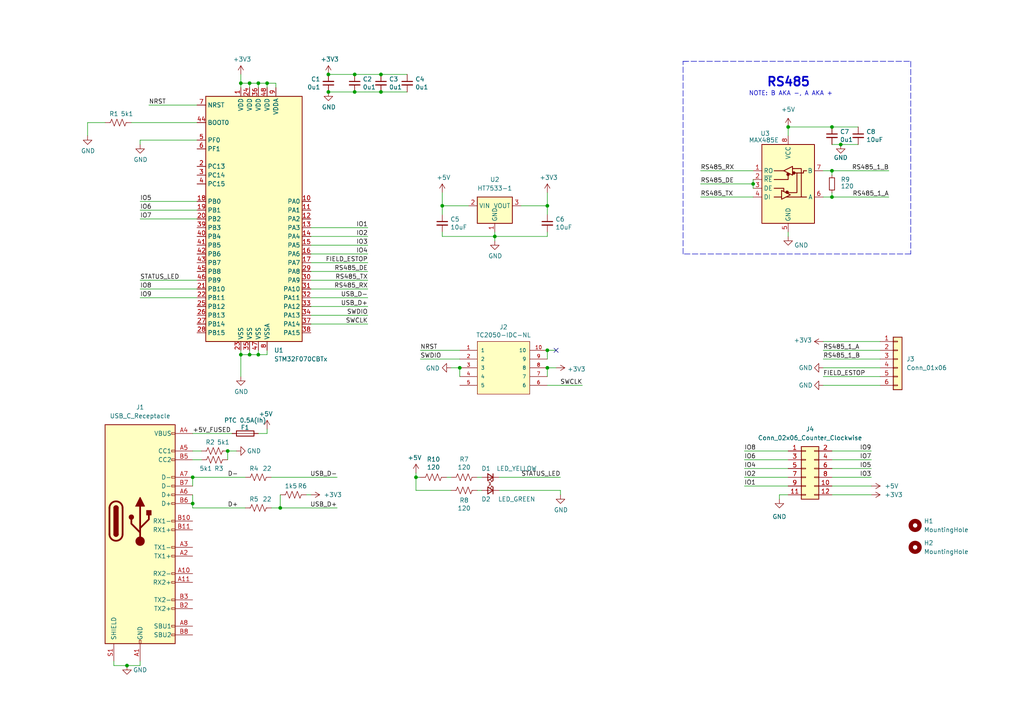
<source format=kicad_sch>
(kicad_sch (version 20211123) (generator eeschema)

  (uuid 5989aede-20a7-4df7-b303-0a2c7ed8cda1)

  (paper "A4")

  (lib_symbols
    (symbol "Connector:USB_C_Receptacle" (pin_names (offset 1.016)) (in_bom yes) (on_board yes)
      (property "Reference" "J" (id 0) (at -10.16 29.21 0)
        (effects (font (size 1.27 1.27)) (justify left))
      )
      (property "Value" "USB_C_Receptacle" (id 1) (at 10.16 29.21 0)
        (effects (font (size 1.27 1.27)) (justify right))
      )
      (property "Footprint" "" (id 2) (at 3.81 0 0)
        (effects (font (size 1.27 1.27)) hide)
      )
      (property "Datasheet" "https://www.usb.org/sites/default/files/documents/usb_type-c.zip" (id 3) (at 3.81 0 0)
        (effects (font (size 1.27 1.27)) hide)
      )
      (property "ki_keywords" "usb universal serial bus type-C full-featured" (id 4) (at 0 0 0)
        (effects (font (size 1.27 1.27)) hide)
      )
      (property "ki_description" "USB Full-Featured Type-C Receptacle connector" (id 5) (at 0 0 0)
        (effects (font (size 1.27 1.27)) hide)
      )
      (property "ki_fp_filters" "USB*C*Receptacle*" (id 6) (at 0 0 0)
        (effects (font (size 1.27 1.27)) hide)
      )
      (symbol "USB_C_Receptacle_0_0"
        (rectangle (start -0.254 -35.56) (end 0.254 -34.544)
          (stroke (width 0) (type default) (color 0 0 0 0))
          (fill (type none))
        )
        (rectangle (start 10.16 -32.766) (end 9.144 -33.274)
          (stroke (width 0) (type default) (color 0 0 0 0))
          (fill (type none))
        )
        (rectangle (start 10.16 -30.226) (end 9.144 -30.734)
          (stroke (width 0) (type default) (color 0 0 0 0))
          (fill (type none))
        )
        (rectangle (start 10.16 -25.146) (end 9.144 -25.654)
          (stroke (width 0) (type default) (color 0 0 0 0))
          (fill (type none))
        )
        (rectangle (start 10.16 -22.606) (end 9.144 -23.114)
          (stroke (width 0) (type default) (color 0 0 0 0))
          (fill (type none))
        )
        (rectangle (start 10.16 -17.526) (end 9.144 -18.034)
          (stroke (width 0) (type default) (color 0 0 0 0))
          (fill (type none))
        )
        (rectangle (start 10.16 -14.986) (end 9.144 -15.494)
          (stroke (width 0) (type default) (color 0 0 0 0))
          (fill (type none))
        )
        (rectangle (start 10.16 -9.906) (end 9.144 -10.414)
          (stroke (width 0) (type default) (color 0 0 0 0))
          (fill (type none))
        )
        (rectangle (start 10.16 -7.366) (end 9.144 -7.874)
          (stroke (width 0) (type default) (color 0 0 0 0))
          (fill (type none))
        )
        (rectangle (start 10.16 -2.286) (end 9.144 -2.794)
          (stroke (width 0) (type default) (color 0 0 0 0))
          (fill (type none))
        )
        (rectangle (start 10.16 0.254) (end 9.144 -0.254)
          (stroke (width 0) (type default) (color 0 0 0 0))
          (fill (type none))
        )
        (rectangle (start 10.16 5.334) (end 9.144 4.826)
          (stroke (width 0) (type default) (color 0 0 0 0))
          (fill (type none))
        )
        (rectangle (start 10.16 7.874) (end 9.144 7.366)
          (stroke (width 0) (type default) (color 0 0 0 0))
          (fill (type none))
        )
        (rectangle (start 10.16 10.414) (end 9.144 9.906)
          (stroke (width 0) (type default) (color 0 0 0 0))
          (fill (type none))
        )
        (rectangle (start 10.16 12.954) (end 9.144 12.446)
          (stroke (width 0) (type default) (color 0 0 0 0))
          (fill (type none))
        )
        (rectangle (start 10.16 18.034) (end 9.144 17.526)
          (stroke (width 0) (type default) (color 0 0 0 0))
          (fill (type none))
        )
        (rectangle (start 10.16 20.574) (end 9.144 20.066)
          (stroke (width 0) (type default) (color 0 0 0 0))
          (fill (type none))
        )
        (rectangle (start 10.16 25.654) (end 9.144 25.146)
          (stroke (width 0) (type default) (color 0 0 0 0))
          (fill (type none))
        )
      )
      (symbol "USB_C_Receptacle_0_1"
        (rectangle (start -10.16 27.94) (end 10.16 -35.56)
          (stroke (width 0.254) (type default) (color 0 0 0 0))
          (fill (type background))
        )
        (arc (start -8.89 -3.81) (mid -6.985 -5.715) (end -5.08 -3.81)
          (stroke (width 0.508) (type default) (color 0 0 0 0))
          (fill (type none))
        )
        (arc (start -7.62 -3.81) (mid -6.985 -4.445) (end -6.35 -3.81)
          (stroke (width 0.254) (type default) (color 0 0 0 0))
          (fill (type none))
        )
        (arc (start -7.62 -3.81) (mid -6.985 -4.445) (end -6.35 -3.81)
          (stroke (width 0.254) (type default) (color 0 0 0 0))
          (fill (type outline))
        )
        (rectangle (start -7.62 -3.81) (end -6.35 3.81)
          (stroke (width 0.254) (type default) (color 0 0 0 0))
          (fill (type outline))
        )
        (arc (start -6.35 3.81) (mid -6.985 4.445) (end -7.62 3.81)
          (stroke (width 0.254) (type default) (color 0 0 0 0))
          (fill (type none))
        )
        (arc (start -6.35 3.81) (mid -6.985 4.445) (end -7.62 3.81)
          (stroke (width 0.254) (type default) (color 0 0 0 0))
          (fill (type outline))
        )
        (arc (start -5.08 3.81) (mid -6.985 5.715) (end -8.89 3.81)
          (stroke (width 0.508) (type default) (color 0 0 0 0))
          (fill (type none))
        )
        (polyline
          (pts
            (xy -8.89 -3.81)
            (xy -8.89 3.81)
          )
          (stroke (width 0.508) (type default) (color 0 0 0 0))
          (fill (type none))
        )
        (polyline
          (pts
            (xy -5.08 3.81)
            (xy -5.08 -3.81)
          )
          (stroke (width 0.508) (type default) (color 0 0 0 0))
          (fill (type none))
        )
      )
      (symbol "USB_C_Receptacle_1_1"
        (circle (center -2.54 1.143) (radius 0.635)
          (stroke (width 0.254) (type default) (color 0 0 0 0))
          (fill (type outline))
        )
        (circle (center 0 -5.842) (radius 1.27)
          (stroke (width 0) (type default) (color 0 0 0 0))
          (fill (type outline))
        )
        (polyline
          (pts
            (xy 0 -5.842)
            (xy 0 4.318)
          )
          (stroke (width 0.508) (type default) (color 0 0 0 0))
          (fill (type none))
        )
        (polyline
          (pts
            (xy 0 -3.302)
            (xy -2.54 -0.762)
            (xy -2.54 0.508)
          )
          (stroke (width 0.508) (type default) (color 0 0 0 0))
          (fill (type none))
        )
        (polyline
          (pts
            (xy 0 -2.032)
            (xy 2.54 0.508)
            (xy 2.54 1.778)
          )
          (stroke (width 0.508) (type default) (color 0 0 0 0))
          (fill (type none))
        )
        (polyline
          (pts
            (xy -1.27 4.318)
            (xy 0 6.858)
            (xy 1.27 4.318)
            (xy -1.27 4.318)
          )
          (stroke (width 0.254) (type default) (color 0 0 0 0))
          (fill (type outline))
        )
        (rectangle (start 1.905 1.778) (end 3.175 3.048)
          (stroke (width 0.254) (type default) (color 0 0 0 0))
          (fill (type outline))
        )
        (pin passive line (at 0 -40.64 90) (length 5.08)
          (name "GND" (effects (font (size 1.27 1.27))))
          (number "A1" (effects (font (size 1.27 1.27))))
        )
        (pin bidirectional line (at 15.24 -15.24 180) (length 5.08)
          (name "RX2-" (effects (font (size 1.27 1.27))))
          (number "A10" (effects (font (size 1.27 1.27))))
        )
        (pin bidirectional line (at 15.24 -17.78 180) (length 5.08)
          (name "RX2+" (effects (font (size 1.27 1.27))))
          (number "A11" (effects (font (size 1.27 1.27))))
        )
        (pin passive line (at 0 -40.64 90) (length 5.08) hide
          (name "GND" (effects (font (size 1.27 1.27))))
          (number "A12" (effects (font (size 1.27 1.27))))
        )
        (pin bidirectional line (at 15.24 -10.16 180) (length 5.08)
          (name "TX1+" (effects (font (size 1.27 1.27))))
          (number "A2" (effects (font (size 1.27 1.27))))
        )
        (pin bidirectional line (at 15.24 -7.62 180) (length 5.08)
          (name "TX1-" (effects (font (size 1.27 1.27))))
          (number "A3" (effects (font (size 1.27 1.27))))
        )
        (pin passive line (at 15.24 25.4 180) (length 5.08)
          (name "VBUS" (effects (font (size 1.27 1.27))))
          (number "A4" (effects (font (size 1.27 1.27))))
        )
        (pin bidirectional line (at 15.24 20.32 180) (length 5.08)
          (name "CC1" (effects (font (size 1.27 1.27))))
          (number "A5" (effects (font (size 1.27 1.27))))
        )
        (pin bidirectional line (at 15.24 7.62 180) (length 5.08)
          (name "D+" (effects (font (size 1.27 1.27))))
          (number "A6" (effects (font (size 1.27 1.27))))
        )
        (pin bidirectional line (at 15.24 12.7 180) (length 5.08)
          (name "D-" (effects (font (size 1.27 1.27))))
          (number "A7" (effects (font (size 1.27 1.27))))
        )
        (pin bidirectional line (at 15.24 -30.48 180) (length 5.08)
          (name "SBU1" (effects (font (size 1.27 1.27))))
          (number "A8" (effects (font (size 1.27 1.27))))
        )
        (pin passive line (at 15.24 25.4 180) (length 5.08) hide
          (name "VBUS" (effects (font (size 1.27 1.27))))
          (number "A9" (effects (font (size 1.27 1.27))))
        )
        (pin passive line (at 0 -40.64 90) (length 5.08) hide
          (name "GND" (effects (font (size 1.27 1.27))))
          (number "B1" (effects (font (size 1.27 1.27))))
        )
        (pin bidirectional line (at 15.24 0 180) (length 5.08)
          (name "RX1-" (effects (font (size 1.27 1.27))))
          (number "B10" (effects (font (size 1.27 1.27))))
        )
        (pin bidirectional line (at 15.24 -2.54 180) (length 5.08)
          (name "RX1+" (effects (font (size 1.27 1.27))))
          (number "B11" (effects (font (size 1.27 1.27))))
        )
        (pin passive line (at 0 -40.64 90) (length 5.08) hide
          (name "GND" (effects (font (size 1.27 1.27))))
          (number "B12" (effects (font (size 1.27 1.27))))
        )
        (pin bidirectional line (at 15.24 -25.4 180) (length 5.08)
          (name "TX2+" (effects (font (size 1.27 1.27))))
          (number "B2" (effects (font (size 1.27 1.27))))
        )
        (pin bidirectional line (at 15.24 -22.86 180) (length 5.08)
          (name "TX2-" (effects (font (size 1.27 1.27))))
          (number "B3" (effects (font (size 1.27 1.27))))
        )
        (pin passive line (at 15.24 25.4 180) (length 5.08) hide
          (name "VBUS" (effects (font (size 1.27 1.27))))
          (number "B4" (effects (font (size 1.27 1.27))))
        )
        (pin bidirectional line (at 15.24 17.78 180) (length 5.08)
          (name "CC2" (effects (font (size 1.27 1.27))))
          (number "B5" (effects (font (size 1.27 1.27))))
        )
        (pin bidirectional line (at 15.24 5.08 180) (length 5.08)
          (name "D+" (effects (font (size 1.27 1.27))))
          (number "B6" (effects (font (size 1.27 1.27))))
        )
        (pin bidirectional line (at 15.24 10.16 180) (length 5.08)
          (name "D-" (effects (font (size 1.27 1.27))))
          (number "B7" (effects (font (size 1.27 1.27))))
        )
        (pin bidirectional line (at 15.24 -33.02 180) (length 5.08)
          (name "SBU2" (effects (font (size 1.27 1.27))))
          (number "B8" (effects (font (size 1.27 1.27))))
        )
        (pin passive line (at 15.24 25.4 180) (length 5.08) hide
          (name "VBUS" (effects (font (size 1.27 1.27))))
          (number "B9" (effects (font (size 1.27 1.27))))
        )
        (pin passive line (at -7.62 -40.64 90) (length 5.08)
          (name "SHIELD" (effects (font (size 1.27 1.27))))
          (number "S1" (effects (font (size 1.27 1.27))))
        )
      )
    )
    (symbol "Connector_Generic:Conn_01x06" (pin_names (offset 1.016) hide) (in_bom yes) (on_board yes)
      (property "Reference" "J" (id 0) (at 0 7.62 0)
        (effects (font (size 1.27 1.27)))
      )
      (property "Value" "Conn_01x06" (id 1) (at 0 -10.16 0)
        (effects (font (size 1.27 1.27)))
      )
      (property "Footprint" "" (id 2) (at 0 0 0)
        (effects (font (size 1.27 1.27)) hide)
      )
      (property "Datasheet" "~" (id 3) (at 0 0 0)
        (effects (font (size 1.27 1.27)) hide)
      )
      (property "ki_keywords" "connector" (id 4) (at 0 0 0)
        (effects (font (size 1.27 1.27)) hide)
      )
      (property "ki_description" "Generic connector, single row, 01x06, script generated (kicad-library-utils/schlib/autogen/connector/)" (id 5) (at 0 0 0)
        (effects (font (size 1.27 1.27)) hide)
      )
      (property "ki_fp_filters" "Connector*:*_1x??_*" (id 6) (at 0 0 0)
        (effects (font (size 1.27 1.27)) hide)
      )
      (symbol "Conn_01x06_1_1"
        (rectangle (start -1.27 -7.493) (end 0 -7.747)
          (stroke (width 0.1524) (type default) (color 0 0 0 0))
          (fill (type none))
        )
        (rectangle (start -1.27 -4.953) (end 0 -5.207)
          (stroke (width 0.1524) (type default) (color 0 0 0 0))
          (fill (type none))
        )
        (rectangle (start -1.27 -2.413) (end 0 -2.667)
          (stroke (width 0.1524) (type default) (color 0 0 0 0))
          (fill (type none))
        )
        (rectangle (start -1.27 0.127) (end 0 -0.127)
          (stroke (width 0.1524) (type default) (color 0 0 0 0))
          (fill (type none))
        )
        (rectangle (start -1.27 2.667) (end 0 2.413)
          (stroke (width 0.1524) (type default) (color 0 0 0 0))
          (fill (type none))
        )
        (rectangle (start -1.27 5.207) (end 0 4.953)
          (stroke (width 0.1524) (type default) (color 0 0 0 0))
          (fill (type none))
        )
        (rectangle (start -1.27 6.35) (end 1.27 -8.89)
          (stroke (width 0.254) (type default) (color 0 0 0 0))
          (fill (type background))
        )
        (pin passive line (at -5.08 5.08 0) (length 3.81)
          (name "Pin_1" (effects (font (size 1.27 1.27))))
          (number "1" (effects (font (size 1.27 1.27))))
        )
        (pin passive line (at -5.08 2.54 0) (length 3.81)
          (name "Pin_2" (effects (font (size 1.27 1.27))))
          (number "2" (effects (font (size 1.27 1.27))))
        )
        (pin passive line (at -5.08 0 0) (length 3.81)
          (name "Pin_3" (effects (font (size 1.27 1.27))))
          (number "3" (effects (font (size 1.27 1.27))))
        )
        (pin passive line (at -5.08 -2.54 0) (length 3.81)
          (name "Pin_4" (effects (font (size 1.27 1.27))))
          (number "4" (effects (font (size 1.27 1.27))))
        )
        (pin passive line (at -5.08 -5.08 0) (length 3.81)
          (name "Pin_5" (effects (font (size 1.27 1.27))))
          (number "5" (effects (font (size 1.27 1.27))))
        )
        (pin passive line (at -5.08 -7.62 0) (length 3.81)
          (name "Pin_6" (effects (font (size 1.27 1.27))))
          (number "6" (effects (font (size 1.27 1.27))))
        )
      )
    )
    (symbol "Connector_Generic:Conn_02x06_Odd_Even" (pin_names (offset 1.016) hide) (in_bom yes) (on_board yes)
      (property "Reference" "J" (id 0) (at 1.27 7.62 0)
        (effects (font (size 1.27 1.27)))
      )
      (property "Value" "Conn_02x06_Odd_Even" (id 1) (at 1.27 -10.16 0)
        (effects (font (size 1.27 1.27)))
      )
      (property "Footprint" "" (id 2) (at 0 0 0)
        (effects (font (size 1.27 1.27)) hide)
      )
      (property "Datasheet" "~" (id 3) (at 0 0 0)
        (effects (font (size 1.27 1.27)) hide)
      )
      (property "ki_keywords" "connector" (id 4) (at 0 0 0)
        (effects (font (size 1.27 1.27)) hide)
      )
      (property "ki_description" "Generic connector, double row, 02x06, odd/even pin numbering scheme (row 1 odd numbers, row 2 even numbers), script generated (kicad-library-utils/schlib/autogen/connector/)" (id 5) (at 0 0 0)
        (effects (font (size 1.27 1.27)) hide)
      )
      (property "ki_fp_filters" "Connector*:*_2x??_*" (id 6) (at 0 0 0)
        (effects (font (size 1.27 1.27)) hide)
      )
      (symbol "Conn_02x06_Odd_Even_1_1"
        (rectangle (start -1.27 -7.493) (end 0 -7.747)
          (stroke (width 0.1524) (type default) (color 0 0 0 0))
          (fill (type none))
        )
        (rectangle (start -1.27 -4.953) (end 0 -5.207)
          (stroke (width 0.1524) (type default) (color 0 0 0 0))
          (fill (type none))
        )
        (rectangle (start -1.27 -2.413) (end 0 -2.667)
          (stroke (width 0.1524) (type default) (color 0 0 0 0))
          (fill (type none))
        )
        (rectangle (start -1.27 0.127) (end 0 -0.127)
          (stroke (width 0.1524) (type default) (color 0 0 0 0))
          (fill (type none))
        )
        (rectangle (start -1.27 2.667) (end 0 2.413)
          (stroke (width 0.1524) (type default) (color 0 0 0 0))
          (fill (type none))
        )
        (rectangle (start -1.27 5.207) (end 0 4.953)
          (stroke (width 0.1524) (type default) (color 0 0 0 0))
          (fill (type none))
        )
        (rectangle (start -1.27 6.35) (end 3.81 -8.89)
          (stroke (width 0.254) (type default) (color 0 0 0 0))
          (fill (type background))
        )
        (rectangle (start 3.81 -7.493) (end 2.54 -7.747)
          (stroke (width 0.1524) (type default) (color 0 0 0 0))
          (fill (type none))
        )
        (rectangle (start 3.81 -4.953) (end 2.54 -5.207)
          (stroke (width 0.1524) (type default) (color 0 0 0 0))
          (fill (type none))
        )
        (rectangle (start 3.81 -2.413) (end 2.54 -2.667)
          (stroke (width 0.1524) (type default) (color 0 0 0 0))
          (fill (type none))
        )
        (rectangle (start 3.81 0.127) (end 2.54 -0.127)
          (stroke (width 0.1524) (type default) (color 0 0 0 0))
          (fill (type none))
        )
        (rectangle (start 3.81 2.667) (end 2.54 2.413)
          (stroke (width 0.1524) (type default) (color 0 0 0 0))
          (fill (type none))
        )
        (rectangle (start 3.81 5.207) (end 2.54 4.953)
          (stroke (width 0.1524) (type default) (color 0 0 0 0))
          (fill (type none))
        )
        (pin passive line (at -5.08 5.08 0) (length 3.81)
          (name "Pin_1" (effects (font (size 1.27 1.27))))
          (number "1" (effects (font (size 1.27 1.27))))
        )
        (pin passive line (at 7.62 -5.08 180) (length 3.81)
          (name "Pin_10" (effects (font (size 1.27 1.27))))
          (number "10" (effects (font (size 1.27 1.27))))
        )
        (pin passive line (at -5.08 -7.62 0) (length 3.81)
          (name "Pin_11" (effects (font (size 1.27 1.27))))
          (number "11" (effects (font (size 1.27 1.27))))
        )
        (pin passive line (at 7.62 -7.62 180) (length 3.81)
          (name "Pin_12" (effects (font (size 1.27 1.27))))
          (number "12" (effects (font (size 1.27 1.27))))
        )
        (pin passive line (at 7.62 5.08 180) (length 3.81)
          (name "Pin_2" (effects (font (size 1.27 1.27))))
          (number "2" (effects (font (size 1.27 1.27))))
        )
        (pin passive line (at -5.08 2.54 0) (length 3.81)
          (name "Pin_3" (effects (font (size 1.27 1.27))))
          (number "3" (effects (font (size 1.27 1.27))))
        )
        (pin passive line (at 7.62 2.54 180) (length 3.81)
          (name "Pin_4" (effects (font (size 1.27 1.27))))
          (number "4" (effects (font (size 1.27 1.27))))
        )
        (pin passive line (at -5.08 0 0) (length 3.81)
          (name "Pin_5" (effects (font (size 1.27 1.27))))
          (number "5" (effects (font (size 1.27 1.27))))
        )
        (pin passive line (at 7.62 0 180) (length 3.81)
          (name "Pin_6" (effects (font (size 1.27 1.27))))
          (number "6" (effects (font (size 1.27 1.27))))
        )
        (pin passive line (at -5.08 -2.54 0) (length 3.81)
          (name "Pin_7" (effects (font (size 1.27 1.27))))
          (number "7" (effects (font (size 1.27 1.27))))
        )
        (pin passive line (at 7.62 -2.54 180) (length 3.81)
          (name "Pin_8" (effects (font (size 1.27 1.27))))
          (number "8" (effects (font (size 1.27 1.27))))
        )
        (pin passive line (at -5.08 -5.08 0) (length 3.81)
          (name "Pin_9" (effects (font (size 1.27 1.27))))
          (number "9" (effects (font (size 1.27 1.27))))
        )
      )
    )
    (symbol "Device:C_Small" (pin_numbers hide) (pin_names (offset 0.254) hide) (in_bom yes) (on_board yes)
      (property "Reference" "C" (id 0) (at 0.254 1.778 0)
        (effects (font (size 1.27 1.27)) (justify left))
      )
      (property "Value" "C_Small" (id 1) (at 0.254 -2.032 0)
        (effects (font (size 1.27 1.27)) (justify left))
      )
      (property "Footprint" "" (id 2) (at 0 0 0)
        (effects (font (size 1.27 1.27)) hide)
      )
      (property "Datasheet" "~" (id 3) (at 0 0 0)
        (effects (font (size 1.27 1.27)) hide)
      )
      (property "ki_keywords" "capacitor cap" (id 4) (at 0 0 0)
        (effects (font (size 1.27 1.27)) hide)
      )
      (property "ki_description" "Unpolarized capacitor, small symbol" (id 5) (at 0 0 0)
        (effects (font (size 1.27 1.27)) hide)
      )
      (property "ki_fp_filters" "C_*" (id 6) (at 0 0 0)
        (effects (font (size 1.27 1.27)) hide)
      )
      (symbol "C_Small_0_1"
        (polyline
          (pts
            (xy -1.524 -0.508)
            (xy 1.524 -0.508)
          )
          (stroke (width 0.3302) (type default) (color 0 0 0 0))
          (fill (type none))
        )
        (polyline
          (pts
            (xy -1.524 0.508)
            (xy 1.524 0.508)
          )
          (stroke (width 0.3048) (type default) (color 0 0 0 0))
          (fill (type none))
        )
      )
      (symbol "C_Small_1_1"
        (pin passive line (at 0 2.54 270) (length 2.032)
          (name "~" (effects (font (size 1.27 1.27))))
          (number "1" (effects (font (size 1.27 1.27))))
        )
        (pin passive line (at 0 -2.54 90) (length 2.032)
          (name "~" (effects (font (size 1.27 1.27))))
          (number "2" (effects (font (size 1.27 1.27))))
        )
      )
    )
    (symbol "Device:Fuse" (pin_numbers hide) (pin_names (offset 0)) (in_bom yes) (on_board yes)
      (property "Reference" "F" (id 0) (at 2.032 0 90)
        (effects (font (size 1.27 1.27)))
      )
      (property "Value" "Fuse" (id 1) (at -1.905 0 90)
        (effects (font (size 1.27 1.27)))
      )
      (property "Footprint" "" (id 2) (at -1.778 0 90)
        (effects (font (size 1.27 1.27)) hide)
      )
      (property "Datasheet" "~" (id 3) (at 0 0 0)
        (effects (font (size 1.27 1.27)) hide)
      )
      (property "ki_keywords" "fuse" (id 4) (at 0 0 0)
        (effects (font (size 1.27 1.27)) hide)
      )
      (property "ki_description" "Fuse" (id 5) (at 0 0 0)
        (effects (font (size 1.27 1.27)) hide)
      )
      (property "ki_fp_filters" "*Fuse*" (id 6) (at 0 0 0)
        (effects (font (size 1.27 1.27)) hide)
      )
      (symbol "Fuse_0_1"
        (rectangle (start -0.762 -2.54) (end 0.762 2.54)
          (stroke (width 0.254) (type default) (color 0 0 0 0))
          (fill (type none))
        )
        (polyline
          (pts
            (xy 0 2.54)
            (xy 0 -2.54)
          )
          (stroke (width 0) (type default) (color 0 0 0 0))
          (fill (type none))
        )
      )
      (symbol "Fuse_1_1"
        (pin passive line (at 0 3.81 270) (length 1.27)
          (name "~" (effects (font (size 1.27 1.27))))
          (number "1" (effects (font (size 1.27 1.27))))
        )
        (pin passive line (at 0 -3.81 90) (length 1.27)
          (name "~" (effects (font (size 1.27 1.27))))
          (number "2" (effects (font (size 1.27 1.27))))
        )
      )
    )
    (symbol "Device:LED_Small" (pin_numbers hide) (pin_names (offset 0.254) hide) (in_bom yes) (on_board yes)
      (property "Reference" "D" (id 0) (at -1.27 3.175 0)
        (effects (font (size 1.27 1.27)) (justify left))
      )
      (property "Value" "LED_Small" (id 1) (at -4.445 -2.54 0)
        (effects (font (size 1.27 1.27)) (justify left))
      )
      (property "Footprint" "" (id 2) (at 0 0 90)
        (effects (font (size 1.27 1.27)) hide)
      )
      (property "Datasheet" "~" (id 3) (at 0 0 90)
        (effects (font (size 1.27 1.27)) hide)
      )
      (property "ki_keywords" "LED diode light-emitting-diode" (id 4) (at 0 0 0)
        (effects (font (size 1.27 1.27)) hide)
      )
      (property "ki_description" "Light emitting diode, small symbol" (id 5) (at 0 0 0)
        (effects (font (size 1.27 1.27)) hide)
      )
      (property "ki_fp_filters" "LED* LED_SMD:* LED_THT:*" (id 6) (at 0 0 0)
        (effects (font (size 1.27 1.27)) hide)
      )
      (symbol "LED_Small_0_1"
        (polyline
          (pts
            (xy -0.762 -1.016)
            (xy -0.762 1.016)
          )
          (stroke (width 0.254) (type default) (color 0 0 0 0))
          (fill (type none))
        )
        (polyline
          (pts
            (xy 1.016 0)
            (xy -0.762 0)
          )
          (stroke (width 0) (type default) (color 0 0 0 0))
          (fill (type none))
        )
        (polyline
          (pts
            (xy 0.762 -1.016)
            (xy -0.762 0)
            (xy 0.762 1.016)
            (xy 0.762 -1.016)
          )
          (stroke (width 0.254) (type default) (color 0 0 0 0))
          (fill (type none))
        )
        (polyline
          (pts
            (xy 0 0.762)
            (xy -0.508 1.27)
            (xy -0.254 1.27)
            (xy -0.508 1.27)
            (xy -0.508 1.016)
          )
          (stroke (width 0) (type default) (color 0 0 0 0))
          (fill (type none))
        )
        (polyline
          (pts
            (xy 0.508 1.27)
            (xy 0 1.778)
            (xy 0.254 1.778)
            (xy 0 1.778)
            (xy 0 1.524)
          )
          (stroke (width 0) (type default) (color 0 0 0 0))
          (fill (type none))
        )
      )
      (symbol "LED_Small_1_1"
        (pin passive line (at -2.54 0 0) (length 1.778)
          (name "K" (effects (font (size 1.27 1.27))))
          (number "1" (effects (font (size 1.27 1.27))))
        )
        (pin passive line (at 2.54 0 180) (length 1.778)
          (name "A" (effects (font (size 1.27 1.27))))
          (number "2" (effects (font (size 1.27 1.27))))
        )
      )
    )
    (symbol "Device:R_Small" (pin_numbers hide) (pin_names (offset 0.254) hide) (in_bom yes) (on_board yes)
      (property "Reference" "R" (id 0) (at 0.762 0.508 0)
        (effects (font (size 1.27 1.27)) (justify left))
      )
      (property "Value" "R_Small" (id 1) (at 0.762 -1.016 0)
        (effects (font (size 1.27 1.27)) (justify left))
      )
      (property "Footprint" "" (id 2) (at 0 0 0)
        (effects (font (size 1.27 1.27)) hide)
      )
      (property "Datasheet" "~" (id 3) (at 0 0 0)
        (effects (font (size 1.27 1.27)) hide)
      )
      (property "ki_keywords" "R resistor" (id 4) (at 0 0 0)
        (effects (font (size 1.27 1.27)) hide)
      )
      (property "ki_description" "Resistor, small symbol" (id 5) (at 0 0 0)
        (effects (font (size 1.27 1.27)) hide)
      )
      (property "ki_fp_filters" "R_*" (id 6) (at 0 0 0)
        (effects (font (size 1.27 1.27)) hide)
      )
      (symbol "R_Small_0_1"
        (rectangle (start -0.762 1.778) (end 0.762 -1.778)
          (stroke (width 0.2032) (type default) (color 0 0 0 0))
          (fill (type none))
        )
      )
      (symbol "R_Small_1_1"
        (pin passive line (at 0 2.54 270) (length 0.762)
          (name "~" (effects (font (size 1.27 1.27))))
          (number "1" (effects (font (size 1.27 1.27))))
        )
        (pin passive line (at 0 -2.54 90) (length 0.762)
          (name "~" (effects (font (size 1.27 1.27))))
          (number "2" (effects (font (size 1.27 1.27))))
        )
      )
    )
    (symbol "Device:R_US" (pin_numbers hide) (pin_names (offset 0)) (in_bom yes) (on_board yes)
      (property "Reference" "R" (id 0) (at 2.54 0 90)
        (effects (font (size 1.27 1.27)))
      )
      (property "Value" "R_US" (id 1) (at -2.54 0 90)
        (effects (font (size 1.27 1.27)))
      )
      (property "Footprint" "" (id 2) (at 1.016 -0.254 90)
        (effects (font (size 1.27 1.27)) hide)
      )
      (property "Datasheet" "~" (id 3) (at 0 0 0)
        (effects (font (size 1.27 1.27)) hide)
      )
      (property "ki_keywords" "R res resistor" (id 4) (at 0 0 0)
        (effects (font (size 1.27 1.27)) hide)
      )
      (property "ki_description" "Resistor, US symbol" (id 5) (at 0 0 0)
        (effects (font (size 1.27 1.27)) hide)
      )
      (property "ki_fp_filters" "R_*" (id 6) (at 0 0 0)
        (effects (font (size 1.27 1.27)) hide)
      )
      (symbol "R_US_0_1"
        (polyline
          (pts
            (xy 0 -2.286)
            (xy 0 -2.54)
          )
          (stroke (width 0) (type default) (color 0 0 0 0))
          (fill (type none))
        )
        (polyline
          (pts
            (xy 0 2.286)
            (xy 0 2.54)
          )
          (stroke (width 0) (type default) (color 0 0 0 0))
          (fill (type none))
        )
        (polyline
          (pts
            (xy 0 -0.762)
            (xy 1.016 -1.143)
            (xy 0 -1.524)
            (xy -1.016 -1.905)
            (xy 0 -2.286)
          )
          (stroke (width 0) (type default) (color 0 0 0 0))
          (fill (type none))
        )
        (polyline
          (pts
            (xy 0 0.762)
            (xy 1.016 0.381)
            (xy 0 0)
            (xy -1.016 -0.381)
            (xy 0 -0.762)
          )
          (stroke (width 0) (type default) (color 0 0 0 0))
          (fill (type none))
        )
        (polyline
          (pts
            (xy 0 2.286)
            (xy 1.016 1.905)
            (xy 0 1.524)
            (xy -1.016 1.143)
            (xy 0 0.762)
          )
          (stroke (width 0) (type default) (color 0 0 0 0))
          (fill (type none))
        )
      )
      (symbol "R_US_1_1"
        (pin passive line (at 0 3.81 270) (length 1.27)
          (name "~" (effects (font (size 1.27 1.27))))
          (number "1" (effects (font (size 1.27 1.27))))
        )
        (pin passive line (at 0 -3.81 90) (length 1.27)
          (name "~" (effects (font (size 1.27 1.27))))
          (number "2" (effects (font (size 1.27 1.27))))
        )
      )
    )
    (symbol "Interface_UART:MAX485E" (in_bom yes) (on_board yes)
      (property "Reference" "U" (id 0) (at -6.096 11.43 0)
        (effects (font (size 1.27 1.27)))
      )
      (property "Value" "MAX485E" (id 1) (at 0.762 11.43 0)
        (effects (font (size 1.27 1.27)) (justify left))
      )
      (property "Footprint" "" (id 2) (at 0 -17.78 0)
        (effects (font (size 1.27 1.27)) hide)
      )
      (property "Datasheet" "https://datasheets.maximintegrated.com/en/ds/MAX1487E-MAX491E.pdf" (id 3) (at 0 1.27 0)
        (effects (font (size 1.27 1.27)) hide)
      )
      (property "ki_keywords" "Half duplex RS-485/RS-422, 2.5 Mbps, ±15kV electro-static discharge (ESD) protection, no slew-rate, no low-power shutdown, with receiver/driver enable, 32 receiver drive kapacitity, DIP-8 and SOIC-8" (id 4) (at 0 0 0)
        (effects (font (size 1.27 1.27)) hide)
      )
      (property "ki_description" "Half duplex RS-485/RS-422, 2.5 Mbps, ±15kV electro-static discharge (ESD) protection, no slew-rate, no low-power shutdown, with receiver/driver enable, 32 receiver drive kapacitity, DIP-8 and SOIC-8" (id 5) (at 0 0 0)
        (effects (font (size 1.27 1.27)) hide)
      )
      (property "ki_fp_filters" "DIP*W7.62mm* SOIC*3.9x4.9mm*P1.27mm*" (id 6) (at 0 0 0)
        (effects (font (size 1.27 1.27)) hide)
      )
      (symbol "MAX485E_0_1"
        (rectangle (start -7.62 10.16) (end 7.62 -12.7)
          (stroke (width 0.254) (type default) (color 0 0 0 0))
          (fill (type background))
        )
        (circle (center -0.3048 -3.683) (radius 0.3556)
          (stroke (width 0.254) (type default) (color 0 0 0 0))
          (fill (type outline))
        )
        (circle (center -0.0254 1.4986) (radius 0.3556)
          (stroke (width 0.254) (type default) (color 0 0 0 0))
          (fill (type outline))
        )
        (polyline
          (pts
            (xy -4.064 -5.08)
            (xy -1.905 -5.08)
          )
          (stroke (width 0.254) (type default) (color 0 0 0 0))
          (fill (type none))
        )
        (polyline
          (pts
            (xy -4.064 2.54)
            (xy -1.27 2.54)
          )
          (stroke (width 0.254) (type default) (color 0 0 0 0))
          (fill (type none))
        )
        (polyline
          (pts
            (xy -1.27 -3.2004)
            (xy -1.27 -3.4544)
          )
          (stroke (width 0.254) (type default) (color 0 0 0 0))
          (fill (type none))
        )
        (polyline
          (pts
            (xy -0.635 -5.08)
            (xy 5.334 -5.08)
          )
          (stroke (width 0.254) (type default) (color 0 0 0 0))
          (fill (type none))
        )
        (polyline
          (pts
            (xy -4.064 -2.54)
            (xy -1.27 -2.54)
            (xy -1.27 -3.175)
          )
          (stroke (width 0.254) (type default) (color 0 0 0 0))
          (fill (type none))
        )
        (polyline
          (pts
            (xy 0 1.27)
            (xy 0 0)
            (xy -4.064 0)
          )
          (stroke (width 0.254) (type default) (color 0 0 0 0))
          (fill (type none))
        )
        (polyline
          (pts
            (xy 1.27 3.175)
            (xy 3.81 3.175)
            (xy 3.81 -5.08)
          )
          (stroke (width 0.254) (type default) (color 0 0 0 0))
          (fill (type none))
        )
        (polyline
          (pts
            (xy 2.54 1.905)
            (xy 2.54 -3.81)
            (xy 0 -3.81)
          )
          (stroke (width 0.254) (type default) (color 0 0 0 0))
          (fill (type none))
        )
        (polyline
          (pts
            (xy -1.905 -3.175)
            (xy -1.905 -5.715)
            (xy 0.635 -4.445)
            (xy -1.905 -3.175)
          )
          (stroke (width 0.254) (type default) (color 0 0 0 0))
          (fill (type none))
        )
        (polyline
          (pts
            (xy -1.27 2.54)
            (xy 1.27 3.81)
            (xy 1.27 1.27)
            (xy -1.27 2.54)
          )
          (stroke (width 0.254) (type default) (color 0 0 0 0))
          (fill (type none))
        )
        (polyline
          (pts
            (xy 1.905 1.905)
            (xy 4.445 1.905)
            (xy 4.445 2.54)
            (xy 5.334 2.54)
          )
          (stroke (width 0.254) (type default) (color 0 0 0 0))
          (fill (type none))
        )
        (rectangle (start 1.27 3.175) (end 1.27 3.175)
          (stroke (width 0) (type default) (color 0 0 0 0))
          (fill (type none))
        )
        (circle (center 1.651 1.905) (radius 0.3556)
          (stroke (width 0.254) (type default) (color 0 0 0 0))
          (fill (type outline))
        )
      )
      (symbol "MAX485E_1_1"
        (pin output line (at -10.16 2.54 0) (length 2.54)
          (name "RO" (effects (font (size 1.27 1.27))))
          (number "1" (effects (font (size 1.27 1.27))))
        )
        (pin input line (at -10.16 0 0) (length 2.54)
          (name "~{RE}" (effects (font (size 1.27 1.27))))
          (number "2" (effects (font (size 1.27 1.27))))
        )
        (pin input line (at -10.16 -2.54 0) (length 2.54)
          (name "DE" (effects (font (size 1.27 1.27))))
          (number "3" (effects (font (size 1.27 1.27))))
        )
        (pin input line (at -10.16 -5.08 0) (length 2.54)
          (name "DI" (effects (font (size 1.27 1.27))))
          (number "4" (effects (font (size 1.27 1.27))))
        )
        (pin power_in line (at 0 -15.24 90) (length 2.54)
          (name "GND" (effects (font (size 1.27 1.27))))
          (number "5" (effects (font (size 1.27 1.27))))
        )
        (pin bidirectional line (at 10.16 -5.08 180) (length 2.54)
          (name "A" (effects (font (size 1.27 1.27))))
          (number "6" (effects (font (size 1.27 1.27))))
        )
        (pin bidirectional line (at 10.16 2.54 180) (length 2.54)
          (name "B" (effects (font (size 1.27 1.27))))
          (number "7" (effects (font (size 1.27 1.27))))
        )
        (pin power_in line (at 0 12.7 270) (length 2.54)
          (name "VCC" (effects (font (size 1.27 1.27))))
          (number "8" (effects (font (size 1.27 1.27))))
        )
      )
    )
    (symbol "MCU_ST_STM32F0:STM32F070CBTx" (in_bom yes) (on_board yes)
      (property "Reference" "U" (id 0) (at -15.24 36.83 0)
        (effects (font (size 1.27 1.27)) (justify left))
      )
      (property "Value" "STM32F070CBTx" (id 1) (at 7.62 36.83 0)
        (effects (font (size 1.27 1.27)) (justify left))
      )
      (property "Footprint" "Package_QFP:LQFP-48_7x7mm_P0.5mm" (id 2) (at -15.24 -35.56 0)
        (effects (font (size 1.27 1.27)) (justify right) hide)
      )
      (property "Datasheet" "http://www.st.com/st-web-ui/static/active/en/resource/technical/document/datasheet/DM00141386.pdf" (id 3) (at 0 0 0)
        (effects (font (size 1.27 1.27)) hide)
      )
      (property "ki_keywords" "ARM Cortex-M0 STM32F0 STM32F0x0 Value Line" (id 4) (at 0 0 0)
        (effects (font (size 1.27 1.27)) hide)
      )
      (property "ki_description" "ARM Cortex-M0 MCU, 128KB flash, 16KB RAM, 48MHz, 2.4-3.6V, 37 GPIO, LQFP-48" (id 5) (at 0 0 0)
        (effects (font (size 1.27 1.27)) hide)
      )
      (property "ki_fp_filters" "LQFP*7x7mm*P0.5mm*" (id 6) (at 0 0 0)
        (effects (font (size 1.27 1.27)) hide)
      )
      (symbol "STM32F070CBTx_0_1"
        (rectangle (start -15.24 -35.56) (end 12.7 35.56)
          (stroke (width 0.254) (type default) (color 0 0 0 0))
          (fill (type background))
        )
      )
      (symbol "STM32F070CBTx_1_1"
        (pin power_in line (at -5.08 38.1 270) (length 2.54)
          (name "VDD" (effects (font (size 1.27 1.27))))
          (number "1" (effects (font (size 1.27 1.27))))
        )
        (pin bidirectional line (at 15.24 5.08 180) (length 2.54)
          (name "PA0" (effects (font (size 1.27 1.27))))
          (number "10" (effects (font (size 1.27 1.27))))
        )
        (pin bidirectional line (at 15.24 2.54 180) (length 2.54)
          (name "PA1" (effects (font (size 1.27 1.27))))
          (number "11" (effects (font (size 1.27 1.27))))
        )
        (pin bidirectional line (at 15.24 0 180) (length 2.54)
          (name "PA2" (effects (font (size 1.27 1.27))))
          (number "12" (effects (font (size 1.27 1.27))))
        )
        (pin bidirectional line (at 15.24 -2.54 180) (length 2.54)
          (name "PA3" (effects (font (size 1.27 1.27))))
          (number "13" (effects (font (size 1.27 1.27))))
        )
        (pin bidirectional line (at 15.24 -5.08 180) (length 2.54)
          (name "PA4" (effects (font (size 1.27 1.27))))
          (number "14" (effects (font (size 1.27 1.27))))
        )
        (pin bidirectional line (at 15.24 -7.62 180) (length 2.54)
          (name "PA5" (effects (font (size 1.27 1.27))))
          (number "15" (effects (font (size 1.27 1.27))))
        )
        (pin bidirectional line (at 15.24 -10.16 180) (length 2.54)
          (name "PA6" (effects (font (size 1.27 1.27))))
          (number "16" (effects (font (size 1.27 1.27))))
        )
        (pin bidirectional line (at 15.24 -12.7 180) (length 2.54)
          (name "PA7" (effects (font (size 1.27 1.27))))
          (number "17" (effects (font (size 1.27 1.27))))
        )
        (pin bidirectional line (at -17.78 5.08 0) (length 2.54)
          (name "PB0" (effects (font (size 1.27 1.27))))
          (number "18" (effects (font (size 1.27 1.27))))
        )
        (pin bidirectional line (at -17.78 2.54 0) (length 2.54)
          (name "PB1" (effects (font (size 1.27 1.27))))
          (number "19" (effects (font (size 1.27 1.27))))
        )
        (pin bidirectional line (at -17.78 15.24 0) (length 2.54)
          (name "PC13" (effects (font (size 1.27 1.27))))
          (number "2" (effects (font (size 1.27 1.27))))
        )
        (pin bidirectional line (at -17.78 0 0) (length 2.54)
          (name "PB2" (effects (font (size 1.27 1.27))))
          (number "20" (effects (font (size 1.27 1.27))))
        )
        (pin bidirectional line (at -17.78 -20.32 0) (length 2.54)
          (name "PB10" (effects (font (size 1.27 1.27))))
          (number "21" (effects (font (size 1.27 1.27))))
        )
        (pin bidirectional line (at -17.78 -22.86 0) (length 2.54)
          (name "PB11" (effects (font (size 1.27 1.27))))
          (number "22" (effects (font (size 1.27 1.27))))
        )
        (pin power_in line (at -5.08 -38.1 90) (length 2.54)
          (name "VSS" (effects (font (size 1.27 1.27))))
          (number "23" (effects (font (size 1.27 1.27))))
        )
        (pin power_in line (at -2.54 38.1 270) (length 2.54)
          (name "VDD" (effects (font (size 1.27 1.27))))
          (number "24" (effects (font (size 1.27 1.27))))
        )
        (pin bidirectional line (at -17.78 -25.4 0) (length 2.54)
          (name "PB12" (effects (font (size 1.27 1.27))))
          (number "25" (effects (font (size 1.27 1.27))))
        )
        (pin bidirectional line (at -17.78 -27.94 0) (length 2.54)
          (name "PB13" (effects (font (size 1.27 1.27))))
          (number "26" (effects (font (size 1.27 1.27))))
        )
        (pin bidirectional line (at -17.78 -30.48 0) (length 2.54)
          (name "PB14" (effects (font (size 1.27 1.27))))
          (number "27" (effects (font (size 1.27 1.27))))
        )
        (pin bidirectional line (at -17.78 -33.02 0) (length 2.54)
          (name "PB15" (effects (font (size 1.27 1.27))))
          (number "28" (effects (font (size 1.27 1.27))))
        )
        (pin bidirectional line (at 15.24 -15.24 180) (length 2.54)
          (name "PA8" (effects (font (size 1.27 1.27))))
          (number "29" (effects (font (size 1.27 1.27))))
        )
        (pin bidirectional line (at -17.78 12.7 0) (length 2.54)
          (name "PC14" (effects (font (size 1.27 1.27))))
          (number "3" (effects (font (size 1.27 1.27))))
        )
        (pin bidirectional line (at 15.24 -17.78 180) (length 2.54)
          (name "PA9" (effects (font (size 1.27 1.27))))
          (number "30" (effects (font (size 1.27 1.27))))
        )
        (pin bidirectional line (at 15.24 -20.32 180) (length 2.54)
          (name "PA10" (effects (font (size 1.27 1.27))))
          (number "31" (effects (font (size 1.27 1.27))))
        )
        (pin bidirectional line (at 15.24 -22.86 180) (length 2.54)
          (name "PA11" (effects (font (size 1.27 1.27))))
          (number "32" (effects (font (size 1.27 1.27))))
        )
        (pin bidirectional line (at 15.24 -25.4 180) (length 2.54)
          (name "PA12" (effects (font (size 1.27 1.27))))
          (number "33" (effects (font (size 1.27 1.27))))
        )
        (pin bidirectional line (at 15.24 -27.94 180) (length 2.54)
          (name "PA13" (effects (font (size 1.27 1.27))))
          (number "34" (effects (font (size 1.27 1.27))))
        )
        (pin power_in line (at -2.54 -38.1 90) (length 2.54)
          (name "VSS" (effects (font (size 1.27 1.27))))
          (number "35" (effects (font (size 1.27 1.27))))
        )
        (pin power_in line (at 0 38.1 270) (length 2.54)
          (name "VDD" (effects (font (size 1.27 1.27))))
          (number "36" (effects (font (size 1.27 1.27))))
        )
        (pin bidirectional line (at 15.24 -30.48 180) (length 2.54)
          (name "PA14" (effects (font (size 1.27 1.27))))
          (number "37" (effects (font (size 1.27 1.27))))
        )
        (pin bidirectional line (at 15.24 -33.02 180) (length 2.54)
          (name "PA15" (effects (font (size 1.27 1.27))))
          (number "38" (effects (font (size 1.27 1.27))))
        )
        (pin bidirectional line (at -17.78 -2.54 0) (length 2.54)
          (name "PB3" (effects (font (size 1.27 1.27))))
          (number "39" (effects (font (size 1.27 1.27))))
        )
        (pin bidirectional line (at -17.78 10.16 0) (length 2.54)
          (name "PC15" (effects (font (size 1.27 1.27))))
          (number "4" (effects (font (size 1.27 1.27))))
        )
        (pin bidirectional line (at -17.78 -5.08 0) (length 2.54)
          (name "PB4" (effects (font (size 1.27 1.27))))
          (number "40" (effects (font (size 1.27 1.27))))
        )
        (pin bidirectional line (at -17.78 -7.62 0) (length 2.54)
          (name "PB5" (effects (font (size 1.27 1.27))))
          (number "41" (effects (font (size 1.27 1.27))))
        )
        (pin bidirectional line (at -17.78 -10.16 0) (length 2.54)
          (name "PB6" (effects (font (size 1.27 1.27))))
          (number "42" (effects (font (size 1.27 1.27))))
        )
        (pin bidirectional line (at -17.78 -12.7 0) (length 2.54)
          (name "PB7" (effects (font (size 1.27 1.27))))
          (number "43" (effects (font (size 1.27 1.27))))
        )
        (pin input line (at -17.78 27.94 0) (length 2.54)
          (name "BOOT0" (effects (font (size 1.27 1.27))))
          (number "44" (effects (font (size 1.27 1.27))))
        )
        (pin bidirectional line (at -17.78 -15.24 0) (length 2.54)
          (name "PB8" (effects (font (size 1.27 1.27))))
          (number "45" (effects (font (size 1.27 1.27))))
        )
        (pin bidirectional line (at -17.78 -17.78 0) (length 2.54)
          (name "PB9" (effects (font (size 1.27 1.27))))
          (number "46" (effects (font (size 1.27 1.27))))
        )
        (pin power_in line (at 0 -38.1 90) (length 2.54)
          (name "VSS" (effects (font (size 1.27 1.27))))
          (number "47" (effects (font (size 1.27 1.27))))
        )
        (pin power_in line (at 2.54 38.1 270) (length 2.54)
          (name "VDD" (effects (font (size 1.27 1.27))))
          (number "48" (effects (font (size 1.27 1.27))))
        )
        (pin input line (at -17.78 22.86 0) (length 2.54)
          (name "PF0" (effects (font (size 1.27 1.27))))
          (number "5" (effects (font (size 1.27 1.27))))
        )
        (pin input line (at -17.78 20.32 0) (length 2.54)
          (name "PF1" (effects (font (size 1.27 1.27))))
          (number "6" (effects (font (size 1.27 1.27))))
        )
        (pin input line (at -17.78 33.02 0) (length 2.54)
          (name "NRST" (effects (font (size 1.27 1.27))))
          (number "7" (effects (font (size 1.27 1.27))))
        )
        (pin power_in line (at 2.54 -38.1 90) (length 2.54)
          (name "VSSA" (effects (font (size 1.27 1.27))))
          (number "8" (effects (font (size 1.27 1.27))))
        )
        (pin power_in line (at 5.08 38.1 270) (length 2.54)
          (name "VDDA" (effects (font (size 1.27 1.27))))
          (number "9" (effects (font (size 1.27 1.27))))
        )
      )
    )
    (symbol "Mechanical:MountingHole" (pin_names (offset 1.016)) (in_bom yes) (on_board yes)
      (property "Reference" "H" (id 0) (at 0 5.08 0)
        (effects (font (size 1.27 1.27)))
      )
      (property "Value" "MountingHole" (id 1) (at 0 3.175 0)
        (effects (font (size 1.27 1.27)))
      )
      (property "Footprint" "" (id 2) (at 0 0 0)
        (effects (font (size 1.27 1.27)) hide)
      )
      (property "Datasheet" "~" (id 3) (at 0 0 0)
        (effects (font (size 1.27 1.27)) hide)
      )
      (property "ki_keywords" "mounting hole" (id 4) (at 0 0 0)
        (effects (font (size 1.27 1.27)) hide)
      )
      (property "ki_description" "Mounting Hole without connection" (id 5) (at 0 0 0)
        (effects (font (size 1.27 1.27)) hide)
      )
      (property "ki_fp_filters" "MountingHole*" (id 6) (at 0 0 0)
        (effects (font (size 1.27 1.27)) hide)
      )
      (symbol "MountingHole_0_1"
        (circle (center 0 0) (radius 1.27)
          (stroke (width 1.27) (type default) (color 0 0 0 0))
          (fill (type none))
        )
      )
    )
    (symbol "Regulator_Linear:HT75xx-1-SOT89" (in_bom yes) (on_board yes)
      (property "Reference" "U" (id 0) (at -5.08 -3.81 0)
        (effects (font (size 1.27 1.27)) (justify left))
      )
      (property "Value" "HT75xx-1-SOT89" (id 1) (at 0 6.35 0)
        (effects (font (size 1.27 1.27)))
      )
      (property "Footprint" "Package_TO_SOT_SMD:SOT-89-3" (id 2) (at 0 8.255 0)
        (effects (font (size 1.27 1.27) italic) hide)
      )
      (property "Datasheet" "https://www.holtek.com/documents/10179/116711/HT75xx-1v250.pdf" (id 3) (at 0 2.54 0)
        (effects (font (size 1.27 1.27)) hide)
      )
      (property "ki_keywords" "100mA LDO Regulator Fixed Positive" (id 4) (at 0 0 0)
        (effects (font (size 1.27 1.27)) hide)
      )
      (property "ki_description" "100mA Low Dropout Voltage Regulator, Fixed Output, SOT89" (id 5) (at 0 0 0)
        (effects (font (size 1.27 1.27)) hide)
      )
      (property "ki_fp_filters" "SOT?89*" (id 6) (at 0 0 0)
        (effects (font (size 1.27 1.27)) hide)
      )
      (symbol "HT75xx-1-SOT89_0_1"
        (rectangle (start -5.08 5.08) (end 5.08 -2.54)
          (stroke (width 0.254) (type default) (color 0 0 0 0))
          (fill (type background))
        )
      )
      (symbol "HT75xx-1-SOT89_1_1"
        (pin power_in line (at 0 -5.08 90) (length 2.54)
          (name "GND" (effects (font (size 1.27 1.27))))
          (number "1" (effects (font (size 1.27 1.27))))
        )
        (pin power_in line (at -7.62 2.54 0) (length 2.54)
          (name "VIN" (effects (font (size 1.27 1.27))))
          (number "2" (effects (font (size 1.27 1.27))))
        )
        (pin power_out line (at 7.62 2.54 180) (length 2.54)
          (name "VOUT" (effects (font (size 1.27 1.27))))
          (number "3" (effects (font (size 1.27 1.27))))
        )
      )
    )
    (symbol "TC2050-IDC-NL:TC2050-IDC-NL" (pin_names (offset 1.016)) (in_bom yes) (on_board yes)
      (property "Reference" "J" (id 0) (at -7.62 7.62 0)
        (effects (font (size 1.27 1.27)) (justify left bottom))
      )
      (property "Value" "TC2050-IDC-NL" (id 1) (at -7.62 -10.16 0)
        (effects (font (size 1.27 1.27)) (justify left bottom))
      )
      (property "Footprint" "TAG-CONNECT_TC2050-IDC-NL" (id 2) (at 0 0 0)
        (effects (font (size 1.27 1.27)) (justify bottom) hide)
      )
      (property "Datasheet" "" (id 3) (at 0 0 0)
        (effects (font (size 1.27 1.27)) hide)
      )
      (property "PARTREV" "A" (id 4) (at 0 0 0)
        (effects (font (size 1.27 1.27)) (justify bottom) hide)
      )
      (property "MAXIMUM_PACKAGE_HEIGHT" "" (id 5) (at 0 0 0)
        (effects (font (size 1.27 1.27)) (justify bottom) hide)
      )
      (property "MANUFACTURER" "Tag-Connect" (id 6) (at 0 0 0)
        (effects (font (size 1.27 1.27)) (justify bottom) hide)
      )
      (property "STANDARD" "Manufacturer recommendations" (id 7) (at 0 0 0)
        (effects (font (size 1.27 1.27)) (justify bottom) hide)
      )
      (symbol "TC2050-IDC-NL_0_0"
        (rectangle (start -7.62 -7.62) (end 7.62 7.62)
          (stroke (width 0.1524) (type default) (color 0 0 0 0))
          (fill (type background))
        )
        (pin passive line (at -12.7 5.08 0) (length 5.08)
          (name "1" (effects (font (size 1.016 1.016))))
          (number "1" (effects (font (size 1.016 1.016))))
        )
        (pin passive line (at 12.7 5.08 180) (length 5.08)
          (name "10" (effects (font (size 1.016 1.016))))
          (number "10" (effects (font (size 1.016 1.016))))
        )
        (pin passive line (at -12.7 2.54 0) (length 5.08)
          (name "2" (effects (font (size 1.016 1.016))))
          (number "2" (effects (font (size 1.016 1.016))))
        )
        (pin passive line (at -12.7 0 0) (length 5.08)
          (name "3" (effects (font (size 1.016 1.016))))
          (number "3" (effects (font (size 1.016 1.016))))
        )
        (pin passive line (at -12.7 -2.54 0) (length 5.08)
          (name "4" (effects (font (size 1.016 1.016))))
          (number "4" (effects (font (size 1.016 1.016))))
        )
        (pin passive line (at -12.7 -5.08 0) (length 5.08)
          (name "5" (effects (font (size 1.016 1.016))))
          (number "5" (effects (font (size 1.016 1.016))))
        )
        (pin passive line (at 12.7 -5.08 180) (length 5.08)
          (name "6" (effects (font (size 1.016 1.016))))
          (number "6" (effects (font (size 1.016 1.016))))
        )
        (pin passive line (at 12.7 -2.54 180) (length 5.08)
          (name "7" (effects (font (size 1.016 1.016))))
          (number "7" (effects (font (size 1.016 1.016))))
        )
        (pin passive line (at 12.7 0 180) (length 5.08)
          (name "8" (effects (font (size 1.016 1.016))))
          (number "8" (effects (font (size 1.016 1.016))))
        )
        (pin passive line (at 12.7 2.54 180) (length 5.08)
          (name "9" (effects (font (size 1.016 1.016))))
          (number "9" (effects (font (size 1.016 1.016))))
        )
      )
    )
    (symbol "power:+3V3" (power) (pin_names (offset 0)) (in_bom yes) (on_board yes)
      (property "Reference" "#PWR" (id 0) (at 0 -3.81 0)
        (effects (font (size 1.27 1.27)) hide)
      )
      (property "Value" "+3V3" (id 1) (at 0 3.556 0)
        (effects (font (size 1.27 1.27)))
      )
      (property "Footprint" "" (id 2) (at 0 0 0)
        (effects (font (size 1.27 1.27)) hide)
      )
      (property "Datasheet" "" (id 3) (at 0 0 0)
        (effects (font (size 1.27 1.27)) hide)
      )
      (property "ki_keywords" "global power" (id 4) (at 0 0 0)
        (effects (font (size 1.27 1.27)) hide)
      )
      (property "ki_description" "Power symbol creates a global label with name \"+3V3\"" (id 5) (at 0 0 0)
        (effects (font (size 1.27 1.27)) hide)
      )
      (symbol "+3V3_0_1"
        (polyline
          (pts
            (xy -0.762 1.27)
            (xy 0 2.54)
          )
          (stroke (width 0) (type default) (color 0 0 0 0))
          (fill (type none))
        )
        (polyline
          (pts
            (xy 0 0)
            (xy 0 2.54)
          )
          (stroke (width 0) (type default) (color 0 0 0 0))
          (fill (type none))
        )
        (polyline
          (pts
            (xy 0 2.54)
            (xy 0.762 1.27)
          )
          (stroke (width 0) (type default) (color 0 0 0 0))
          (fill (type none))
        )
      )
      (symbol "+3V3_1_1"
        (pin power_in line (at 0 0 90) (length 0) hide
          (name "+3V3" (effects (font (size 1.27 1.27))))
          (number "1" (effects (font (size 1.27 1.27))))
        )
      )
    )
    (symbol "power:+5V" (power) (pin_names (offset 0)) (in_bom yes) (on_board yes)
      (property "Reference" "#PWR" (id 0) (at 0 -3.81 0)
        (effects (font (size 1.27 1.27)) hide)
      )
      (property "Value" "+5V" (id 1) (at 0 3.556 0)
        (effects (font (size 1.27 1.27)))
      )
      (property "Footprint" "" (id 2) (at 0 0 0)
        (effects (font (size 1.27 1.27)) hide)
      )
      (property "Datasheet" "" (id 3) (at 0 0 0)
        (effects (font (size 1.27 1.27)) hide)
      )
      (property "ki_keywords" "global power" (id 4) (at 0 0 0)
        (effects (font (size 1.27 1.27)) hide)
      )
      (property "ki_description" "Power symbol creates a global label with name \"+5V\"" (id 5) (at 0 0 0)
        (effects (font (size 1.27 1.27)) hide)
      )
      (symbol "+5V_0_1"
        (polyline
          (pts
            (xy -0.762 1.27)
            (xy 0 2.54)
          )
          (stroke (width 0) (type default) (color 0 0 0 0))
          (fill (type none))
        )
        (polyline
          (pts
            (xy 0 0)
            (xy 0 2.54)
          )
          (stroke (width 0) (type default) (color 0 0 0 0))
          (fill (type none))
        )
        (polyline
          (pts
            (xy 0 2.54)
            (xy 0.762 1.27)
          )
          (stroke (width 0) (type default) (color 0 0 0 0))
          (fill (type none))
        )
      )
      (symbol "+5V_1_1"
        (pin power_in line (at 0 0 90) (length 0) hide
          (name "+5V" (effects (font (size 1.27 1.27))))
          (number "1" (effects (font (size 1.27 1.27))))
        )
      )
    )
    (symbol "power:GND" (power) (pin_names (offset 0)) (in_bom yes) (on_board yes)
      (property "Reference" "#PWR" (id 0) (at 0 -6.35 0)
        (effects (font (size 1.27 1.27)) hide)
      )
      (property "Value" "GND" (id 1) (at 0 -3.81 0)
        (effects (font (size 1.27 1.27)))
      )
      (property "Footprint" "" (id 2) (at 0 0 0)
        (effects (font (size 1.27 1.27)) hide)
      )
      (property "Datasheet" "" (id 3) (at 0 0 0)
        (effects (font (size 1.27 1.27)) hide)
      )
      (property "ki_keywords" "global power" (id 4) (at 0 0 0)
        (effects (font (size 1.27 1.27)) hide)
      )
      (property "ki_description" "Power symbol creates a global label with name \"GND\" , ground" (id 5) (at 0 0 0)
        (effects (font (size 1.27 1.27)) hide)
      )
      (symbol "GND_0_1"
        (polyline
          (pts
            (xy 0 0)
            (xy 0 -1.27)
            (xy 1.27 -1.27)
            (xy 0 -2.54)
            (xy -1.27 -1.27)
            (xy 0 -1.27)
          )
          (stroke (width 0) (type default) (color 0 0 0 0))
          (fill (type none))
        )
      )
      (symbol "GND_1_1"
        (pin power_in line (at 0 0 270) (length 0) hide
          (name "GND" (effects (font (size 1.27 1.27))))
          (number "1" (effects (font (size 1.27 1.27))))
        )
      )
    )
  )

  (junction (at 36.83 193.04) (diameter 0) (color 0 0 0 0)
    (uuid 01ec9a5c-e756-4ddf-ae90-c2a8659dbea1)
  )
  (junction (at 241.3 36.83) (diameter 0) (color 0 0 0 0)
    (uuid 0aa98874-3ba4-4199-9364-740118ed85f5)
  )
  (junction (at 110.49 26.67) (diameter 0) (color 0 0 0 0)
    (uuid 0df2f2f7-13ac-424c-9521-8d19be344412)
  )
  (junction (at 243.84 41.91) (diameter 0) (color 0 0 0 0)
    (uuid 2309e6ae-ab5d-496c-9d1c-5a29e83bd721)
  )
  (junction (at 133.35 106.68) (diameter 0) (color 0 0 0 0)
    (uuid 26211003-3b88-42ce-bff3-2dc217b5bea8)
  )
  (junction (at 66.04 130.81) (diameter 0) (color 0 0 0 0)
    (uuid 37bd08f0-7b29-4d38-97c3-f45e7ee2ca8f)
  )
  (junction (at 128.27 59.69) (diameter 0) (color 0 0 0 0)
    (uuid 3db35110-48ab-43b6-b0ad-57985967ed5a)
  )
  (junction (at 95.25 21.59) (diameter 0) (color 0 0 0 0)
    (uuid 3dfd0a24-d2fb-440d-b7bf-215aa2936cb7)
  )
  (junction (at 110.49 21.59) (diameter 0) (color 0 0 0 0)
    (uuid 3f6f40ee-e43d-4ccb-8715-3067952f6000)
  )
  (junction (at 55.88 146.05) (diameter 0) (color 0 0 0 0)
    (uuid 41c0717a-93ee-4d21-b5d9-ee5a9f30d2aa)
  )
  (junction (at 81.28 147.32) (diameter 0) (color 0 0 0 0)
    (uuid 422dae20-8e71-4967-99ec-a9b2765d4d85)
  )
  (junction (at 120.65 138.43) (diameter 0) (color 0 0 0 0)
    (uuid 4c626cfc-026d-4155-8961-2ca5d926ee46)
  )
  (junction (at 72.39 24.13) (diameter 0) (color 0 0 0 0)
    (uuid 53af3538-ba86-4cbd-b3e1-e42dc9cba6dc)
  )
  (junction (at 55.88 138.43) (diameter 0) (color 0 0 0 0)
    (uuid 5ad7d2a5-d1a9-4955-b4d6-ac44c096b70f)
  )
  (junction (at 72.39 102.87) (diameter 0) (color 0 0 0 0)
    (uuid 73dbd7a7-8a0b-4725-ba2c-ab52fd11b730)
  )
  (junction (at 241.3 57.15) (diameter 0) (color 0 0 0 0)
    (uuid 77477ede-3f9c-4a12-9e0a-b5d0643d13b6)
  )
  (junction (at 143.51 68.58) (diameter 0) (color 0 0 0 0)
    (uuid 8500d255-a38e-48b4-aa9b-32f1e0116aa3)
  )
  (junction (at 158.75 106.68) (diameter 0) (color 0 0 0 0)
    (uuid 87cc4a9b-fc7f-4adc-8ffd-8d9eb212a40d)
  )
  (junction (at 74.93 102.87) (diameter 0) (color 0 0 0 0)
    (uuid 8ca6b295-1d51-441d-8d39-2faf9c28678c)
  )
  (junction (at 77.47 24.13) (diameter 0) (color 0 0 0 0)
    (uuid 8f8e3402-0853-454b-8ea2-ce8ae02125bf)
  )
  (junction (at 102.87 21.59) (diameter 0) (color 0 0 0 0)
    (uuid a094ee96-4055-4d50-a8d9-475aa23a97d3)
  )
  (junction (at 158.75 59.69) (diameter 0) (color 0 0 0 0)
    (uuid a65e6fad-963d-4a0f-8331-3023b1e04285)
  )
  (junction (at 218.44 53.34) (diameter 0) (color 0 0 0 0)
    (uuid b21cc44c-e042-421d-be36-f07c65ab48c5)
  )
  (junction (at 228.6 36.83) (diameter 0) (color 0 0 0 0)
    (uuid bf69d869-55cb-4ce1-830b-9d71dcf457b0)
  )
  (junction (at 158.75 101.6) (diameter 0) (color 0 0 0 0)
    (uuid d0bde40c-de0a-4e9f-b964-75176e026257)
  )
  (junction (at 69.85 24.13) (diameter 0) (color 0 0 0 0)
    (uuid d1bf3b35-e6fa-431b-8a26-479e32c7f222)
  )
  (junction (at 95.25 26.67) (diameter 0) (color 0 0 0 0)
    (uuid de59b0eb-b51b-4477-8871-7c1a5544a848)
  )
  (junction (at 69.85 102.87) (diameter 0) (color 0 0 0 0)
    (uuid e09355da-316b-4119-9eed-616834cfc49a)
  )
  (junction (at 74.93 24.13) (diameter 0) (color 0 0 0 0)
    (uuid f21de0ed-95ad-4985-b117-917a44637384)
  )
  (junction (at 241.3 49.53) (diameter 0) (color 0 0 0 0)
    (uuid fee42e24-49a9-489e-b1a1-409a86c61d50)
  )
  (junction (at 102.87 26.67) (diameter 0) (color 0 0 0 0)
    (uuid ff20ca6e-9247-4fd9-ba24-c0f5abedf9ef)
  )

  (no_connect (at 161.29 101.6) (uuid 40bfe45f-4349-4e6f-b118-d1d0740a593e))

  (wire (pts (xy 158.75 62.23) (xy 158.75 59.69))
    (stroke (width 0) (type default) (color 0 0 0 0))
    (uuid 0260ad17-ca61-442c-b04a-fd03c52f2fa6)
  )
  (wire (pts (xy 138.43 142.24) (xy 139.7 142.24))
    (stroke (width 0) (type default) (color 0 0 0 0))
    (uuid 02c5fcbe-e993-4afc-84df-f41340f80d87)
  )
  (wire (pts (xy 69.85 101.6) (xy 69.85 102.87))
    (stroke (width 0) (type default) (color 0 0 0 0))
    (uuid 056692ea-f1ff-43cb-843e-6df7785cc35f)
  )
  (wire (pts (xy 158.75 111.76) (xy 168.91 111.76))
    (stroke (width 0) (type default) (color 0 0 0 0))
    (uuid 0653bcdb-3d63-43c1-86a2-4b7220863562)
  )
  (wire (pts (xy 151.13 59.69) (xy 158.75 59.69))
    (stroke (width 0) (type default) (color 0 0 0 0))
    (uuid 07a7100f-2c01-4e88-a6d1-e698739a3f87)
  )
  (polyline (pts (xy 198.12 73.66) (xy 198.12 17.78))
    (stroke (width 0) (type default) (color 0 0 0 0))
    (uuid 0acef4c6-b184-42c5-b668-fdc2697711bb)
  )

  (wire (pts (xy 81.28 147.32) (xy 97.79 147.32))
    (stroke (width 0) (type default) (color 0 0 0 0))
    (uuid 0dbf84b0-7d59-44ce-990f-95d3c9b184ec)
  )
  (wire (pts (xy 144.78 138.43) (xy 162.56 138.43))
    (stroke (width 0) (type default) (color 0 0 0 0))
    (uuid 0eb2e805-2666-4608-9d7c-05474cfe8287)
  )
  (wire (pts (xy 106.68 86.36) (xy 90.17 86.36))
    (stroke (width 0) (type default) (color 0 0 0 0))
    (uuid 10559f8a-0aa8-40c9-b833-e9df5d361204)
  )
  (wire (pts (xy 106.68 93.98) (xy 90.17 93.98))
    (stroke (width 0) (type default) (color 0 0 0 0))
    (uuid 12defb50-f45b-4de3-aada-156b7ec9b803)
  )
  (wire (pts (xy 66.04 130.81) (xy 68.58 130.81))
    (stroke (width 0) (type default) (color 0 0 0 0))
    (uuid 14eb089f-228e-4f62-8bd0-28dcedbf9e5e)
  )
  (wire (pts (xy 238.76 49.53) (xy 241.3 49.53))
    (stroke (width 0) (type default) (color 0 0 0 0))
    (uuid 1945ff61-49d0-492c-b2d8-6e3ff9d0ad73)
  )
  (wire (pts (xy 241.3 49.53) (xy 241.3 50.8))
    (stroke (width 0) (type default) (color 0 0 0 0))
    (uuid 1d481d27-73aa-443a-b05d-0ef0d2f3296c)
  )
  (wire (pts (xy 69.85 21.59) (xy 69.85 24.13))
    (stroke (width 0) (type default) (color 0 0 0 0))
    (uuid 1d944929-190f-4e4a-98d8-4b60a65a0b3f)
  )
  (wire (pts (xy 215.9 133.35) (xy 228.6 133.35))
    (stroke (width 0) (type default) (color 0 0 0 0))
    (uuid 1eafe64c-cd26-4c93-bb93-1c098d580873)
  )
  (wire (pts (xy 25.4 35.56) (xy 30.48 35.56))
    (stroke (width 0) (type default) (color 0 0 0 0))
    (uuid 1f944715-45df-4ec8-a17e-83927c75e1af)
  )
  (wire (pts (xy 72.39 102.87) (xy 72.39 101.6))
    (stroke (width 0) (type default) (color 0 0 0 0))
    (uuid 20c028b2-efaf-4518-ba3a-666479d0181e)
  )
  (wire (pts (xy 55.88 133.35) (xy 58.42 133.35))
    (stroke (width 0) (type default) (color 0 0 0 0))
    (uuid 21a9d8d1-99c2-4ab3-93ec-ac2f3bab0f3f)
  )
  (polyline (pts (xy 198.12 17.78) (xy 199.39 17.78))
    (stroke (width 0) (type default) (color 0 0 0 0))
    (uuid 23bcd474-f757-4197-9a4b-17be68101265)
  )

  (wire (pts (xy 55.88 138.43) (xy 55.88 140.97))
    (stroke (width 0) (type default) (color 0 0 0 0))
    (uuid 243bbf3f-652b-4824-ab23-bcfc11a80c45)
  )
  (wire (pts (xy 74.93 101.6) (xy 74.93 102.87))
    (stroke (width 0) (type default) (color 0 0 0 0))
    (uuid 280e08f9-72fa-4254-890e-b120b1b368b6)
  )
  (wire (pts (xy 43.18 30.48) (xy 57.15 30.48))
    (stroke (width 0) (type default) (color 0 0 0 0))
    (uuid 29473705-23de-4668-aa5c-70877057d5e9)
  )
  (wire (pts (xy 215.9 140.97) (xy 228.6 140.97))
    (stroke (width 0) (type default) (color 0 0 0 0))
    (uuid 2a60f6b7-8550-4473-bb3b-414f015b9ae0)
  )
  (wire (pts (xy 69.85 24.13) (xy 69.85 25.4))
    (stroke (width 0) (type default) (color 0 0 0 0))
    (uuid 2af0dda7-4f5a-4315-84bd-9cb41e3cb2d0)
  )
  (wire (pts (xy 81.28 143.51) (xy 81.28 147.32))
    (stroke (width 0) (type default) (color 0 0 0 0))
    (uuid 328d4d87-e3a5-4d93-90a2-e272be6bfe2e)
  )
  (wire (pts (xy 130.81 142.24) (xy 120.65 142.24))
    (stroke (width 0) (type default) (color 0 0 0 0))
    (uuid 342cf2a6-4207-41e1-a30a-3cdf831c4db8)
  )
  (wire (pts (xy 143.51 68.58) (xy 158.75 68.58))
    (stroke (width 0) (type default) (color 0 0 0 0))
    (uuid 3a873cbf-632d-459f-af66-86f2094d41f1)
  )
  (wire (pts (xy 102.87 21.59) (xy 95.25 21.59))
    (stroke (width 0) (type default) (color 0 0 0 0))
    (uuid 3abcfb7b-f755-4d16-b2f8-31b71956ec11)
  )
  (wire (pts (xy 40.64 41.91) (xy 40.64 40.64))
    (stroke (width 0) (type default) (color 0 0 0 0))
    (uuid 3b26e847-44cb-4915-8493-8bd3b8973309)
  )
  (wire (pts (xy 241.3 36.83) (xy 248.92 36.83))
    (stroke (width 0) (type default) (color 0 0 0 0))
    (uuid 3c763578-22d9-4636-8098-71bad35b3e19)
  )
  (wire (pts (xy 40.64 81.28) (xy 57.15 81.28))
    (stroke (width 0) (type default) (color 0 0 0 0))
    (uuid 3f469f1c-9257-4468-b39d-f9acb8c2f9e0)
  )
  (wire (pts (xy 33.02 193.04) (xy 36.83 193.04))
    (stroke (width 0) (type default) (color 0 0 0 0))
    (uuid 40c6bc35-bead-4ae2-9d02-634fb7d5919d)
  )
  (wire (pts (xy 90.17 68.58) (xy 106.68 68.58))
    (stroke (width 0) (type default) (color 0 0 0 0))
    (uuid 43cc07a7-11f2-4634-be51-75b547275af8)
  )
  (wire (pts (xy 33.02 191.77) (xy 33.02 193.04))
    (stroke (width 0) (type default) (color 0 0 0 0))
    (uuid 4ad22bfa-b476-4386-8cef-3d98bb8bde1c)
  )
  (wire (pts (xy 241.3 138.43) (xy 252.73 138.43))
    (stroke (width 0) (type default) (color 0 0 0 0))
    (uuid 4e83bf40-6b76-4530-ac94-ced9d0895ecb)
  )
  (wire (pts (xy 77.47 24.13) (xy 80.01 24.13))
    (stroke (width 0) (type default) (color 0 0 0 0))
    (uuid 5305a6a1-1408-4bd9-b262-6bccadbe883a)
  )
  (wire (pts (xy 55.88 125.73) (xy 67.31 125.73))
    (stroke (width 0) (type default) (color 0 0 0 0))
    (uuid 53691235-a529-41c5-a603-790c6fe423bc)
  )
  (wire (pts (xy 158.75 68.58) (xy 158.75 67.31))
    (stroke (width 0) (type default) (color 0 0 0 0))
    (uuid 543fcc18-7341-4484-8824-14f55e60ae60)
  )
  (wire (pts (xy 72.39 25.4) (xy 72.39 24.13))
    (stroke (width 0) (type default) (color 0 0 0 0))
    (uuid 54556834-abca-45cc-be4d-19f907b5963a)
  )
  (wire (pts (xy 215.9 138.43) (xy 228.6 138.43))
    (stroke (width 0) (type default) (color 0 0 0 0))
    (uuid 54e62871-6ce2-49d9-b039-8abfb9b55b2f)
  )
  (wire (pts (xy 106.68 83.82) (xy 90.17 83.82))
    (stroke (width 0) (type default) (color 0 0 0 0))
    (uuid 59bb6551-7753-4258-9744-68a06e339fab)
  )
  (wire (pts (xy 143.51 67.31) (xy 143.51 68.58))
    (stroke (width 0) (type default) (color 0 0 0 0))
    (uuid 5c6622e3-59fa-4e31-be30-922a30d32c8b)
  )
  (wire (pts (xy 143.51 68.58) (xy 143.51 69.85))
    (stroke (width 0) (type default) (color 0 0 0 0))
    (uuid 5d329bb4-4faa-4397-828a-fbc83129e67f)
  )
  (wire (pts (xy 72.39 24.13) (xy 74.93 24.13))
    (stroke (width 0) (type default) (color 0 0 0 0))
    (uuid 5e8f1b9d-502c-4094-a908-169bbe08c4f0)
  )
  (wire (pts (xy 215.9 130.81) (xy 228.6 130.81))
    (stroke (width 0) (type default) (color 0 0 0 0))
    (uuid 5e9ef98d-e6be-4e9f-afcf-e03732ca984f)
  )
  (wire (pts (xy 120.65 138.43) (xy 120.65 142.24))
    (stroke (width 0) (type default) (color 0 0 0 0))
    (uuid 5f164787-a197-455a-a180-82dcec1761bc)
  )
  (wire (pts (xy 218.44 52.07) (xy 218.44 53.34))
    (stroke (width 0) (type default) (color 0 0 0 0))
    (uuid 5ffeeb81-0324-4fd9-9234-1729384df19e)
  )
  (polyline (pts (xy 264.16 73.66) (xy 198.12 73.66))
    (stroke (width 0) (type default) (color 0 0 0 0))
    (uuid 6182b9a7-41e8-4851-88bc-b6ec3c973b88)
  )

  (wire (pts (xy 69.85 102.87) (xy 69.85 109.22))
    (stroke (width 0) (type default) (color 0 0 0 0))
    (uuid 6204196b-7f68-4956-9c30-33ad2a590ad9)
  )
  (wire (pts (xy 128.27 67.31) (xy 128.27 68.58))
    (stroke (width 0) (type default) (color 0 0 0 0))
    (uuid 63b2df93-d867-4478-8492-74cf7f78396c)
  )
  (wire (pts (xy 38.1 35.56) (xy 57.15 35.56))
    (stroke (width 0) (type default) (color 0 0 0 0))
    (uuid 654c8cf1-bea2-4ea5-8ef6-00e0874e351b)
  )
  (wire (pts (xy 77.47 102.87) (xy 74.93 102.87))
    (stroke (width 0) (type default) (color 0 0 0 0))
    (uuid 65d8c259-c189-4751-8393-7462f589698c)
  )
  (wire (pts (xy 158.75 59.69) (xy 158.75 55.88))
    (stroke (width 0) (type default) (color 0 0 0 0))
    (uuid 67073d69-6d2c-40b3-bf29-a3139f555cbb)
  )
  (wire (pts (xy 241.3 41.91) (xy 243.84 41.91))
    (stroke (width 0) (type default) (color 0 0 0 0))
    (uuid 68c970fa-3cdd-43cd-bdda-f5d91e9559cc)
  )
  (wire (pts (xy 90.17 71.12) (xy 106.68 71.12))
    (stroke (width 0) (type default) (color 0 0 0 0))
    (uuid 69798ed5-120a-40a7-858e-c5fc93bef23f)
  )
  (wire (pts (xy 238.76 57.15) (xy 241.3 57.15))
    (stroke (width 0) (type default) (color 0 0 0 0))
    (uuid 6be8898f-76b7-414c-a8a8-7649955fa86d)
  )
  (wire (pts (xy 238.76 109.22) (xy 255.27 109.22))
    (stroke (width 0) (type default) (color 0 0 0 0))
    (uuid 6c0b1182-30d5-45fe-a082-856f61379ac8)
  )
  (wire (pts (xy 218.44 53.34) (xy 218.44 54.61))
    (stroke (width 0) (type default) (color 0 0 0 0))
    (uuid 6dbbf5db-1ed4-407e-8910-8a8f9db776ed)
  )
  (wire (pts (xy 228.6 143.51) (xy 226.06 143.51))
    (stroke (width 0) (type default) (color 0 0 0 0))
    (uuid 6fe889e3-28f5-4a45-a77f-03a45a63b2b1)
  )
  (wire (pts (xy 238.76 99.06) (xy 255.27 99.06))
    (stroke (width 0) (type default) (color 0 0 0 0))
    (uuid 70b2ab13-b6f0-4b7f-aeb9-3324eaa09518)
  )
  (wire (pts (xy 129.54 138.43) (xy 130.81 138.43))
    (stroke (width 0) (type default) (color 0 0 0 0))
    (uuid 7335bcaf-ac5f-4033-a227-d59e375c7bc3)
  )
  (polyline (pts (xy 264.16 17.78) (xy 264.16 73.66))
    (stroke (width 0) (type default) (color 0 0 0 0))
    (uuid 741652cd-d656-49ac-afec-03b32dc4b996)
  )

  (wire (pts (xy 77.47 25.4) (xy 77.47 24.13))
    (stroke (width 0) (type default) (color 0 0 0 0))
    (uuid 76d2ae06-28de-4a73-97bf-4c25f1a0c5cc)
  )
  (wire (pts (xy 158.75 101.6) (xy 158.75 104.14))
    (stroke (width 0) (type default) (color 0 0 0 0))
    (uuid 785cce3c-64a5-401a-aab8-ddc144bb5eb3)
  )
  (wire (pts (xy 36.83 193.04) (xy 40.64 193.04))
    (stroke (width 0) (type default) (color 0 0 0 0))
    (uuid 794f4888-782d-4f24-936c-482135b8ff57)
  )
  (wire (pts (xy 69.85 102.87) (xy 72.39 102.87))
    (stroke (width 0) (type default) (color 0 0 0 0))
    (uuid 7996528d-2f1c-422e-ba12-0bfe4cf9cff5)
  )
  (wire (pts (xy 133.35 106.68) (xy 133.35 109.22))
    (stroke (width 0) (type default) (color 0 0 0 0))
    (uuid 7b5ee654-653e-4bf0-b04f-f047b5a99453)
  )
  (wire (pts (xy 228.6 36.83) (xy 228.6 39.37))
    (stroke (width 0) (type default) (color 0 0 0 0))
    (uuid 7d560e1b-2062-4efe-a953-bb9091aee38d)
  )
  (wire (pts (xy 241.3 140.97) (xy 252.73 140.97))
    (stroke (width 0) (type default) (color 0 0 0 0))
    (uuid 839d4441-07b4-477a-80da-4e70e48ac777)
  )
  (wire (pts (xy 203.2 49.53) (xy 218.44 49.53))
    (stroke (width 0) (type default) (color 0 0 0 0))
    (uuid 83d31d81-7f87-4340-a92c-11b05b8fdbdc)
  )
  (wire (pts (xy 106.68 81.28) (xy 90.17 81.28))
    (stroke (width 0) (type default) (color 0 0 0 0))
    (uuid 853d1c68-8850-42be-b2b6-e2adc0928bd4)
  )
  (wire (pts (xy 106.68 91.44) (xy 90.17 91.44))
    (stroke (width 0) (type default) (color 0 0 0 0))
    (uuid 88d1e516-7d47-4b26-9294-8dd85049d2a8)
  )
  (wire (pts (xy 118.11 21.59) (xy 110.49 21.59))
    (stroke (width 0) (type default) (color 0 0 0 0))
    (uuid 8a9888af-e745-49e1-a02d-0d5eeee24b5b)
  )
  (wire (pts (xy 102.87 26.67) (xy 110.49 26.67))
    (stroke (width 0) (type default) (color 0 0 0 0))
    (uuid 8b86cb89-b970-46f6-88e1-e02bde4e26ef)
  )
  (wire (pts (xy 120.65 138.43) (xy 121.92 138.43))
    (stroke (width 0) (type default) (color 0 0 0 0))
    (uuid 8e387e8b-8f76-4545-b296-30f8e8aa9676)
  )
  (wire (pts (xy 238.76 104.14) (xy 255.27 104.14))
    (stroke (width 0) (type default) (color 0 0 0 0))
    (uuid 8fe48c22-6608-4215-8915-b5f42d135de7)
  )
  (wire (pts (xy 106.68 78.74) (xy 90.17 78.74))
    (stroke (width 0) (type default) (color 0 0 0 0))
    (uuid 9392d007-e8c6-4a6a-b613-4b8e17fae726)
  )
  (wire (pts (xy 40.64 60.96) (xy 57.15 60.96))
    (stroke (width 0) (type default) (color 0 0 0 0))
    (uuid 99d83846-6d62-4993-a131-97ac2aa2b124)
  )
  (wire (pts (xy 66.04 130.81) (xy 66.04 133.35))
    (stroke (width 0) (type default) (color 0 0 0 0))
    (uuid 9aec94ac-3d0c-4aa3-859e-f2cc07749db8)
  )
  (wire (pts (xy 77.47 125.73) (xy 77.47 124.46))
    (stroke (width 0) (type default) (color 0 0 0 0))
    (uuid 9aeec229-401a-4500-a24b-9af516204485)
  )
  (wire (pts (xy 40.64 63.5) (xy 57.15 63.5))
    (stroke (width 0) (type default) (color 0 0 0 0))
    (uuid 9cf3dab3-8aef-4318-b1a0-94221324237d)
  )
  (wire (pts (xy 158.75 101.6) (xy 161.29 101.6))
    (stroke (width 0) (type default) (color 0 0 0 0))
    (uuid a0eb7cee-78d7-45f8-8cb0-2e0e34124997)
  )
  (wire (pts (xy 138.43 138.43) (xy 139.7 138.43))
    (stroke (width 0) (type default) (color 0 0 0 0))
    (uuid a2b6d95b-7b20-4887-a1e3-418c2988ea44)
  )
  (wire (pts (xy 241.3 49.53) (xy 257.81 49.53))
    (stroke (width 0) (type default) (color 0 0 0 0))
    (uuid a5154d1c-9650-4cb6-89a2-d7db8c1d415b)
  )
  (wire (pts (xy 128.27 55.88) (xy 128.27 59.69))
    (stroke (width 0) (type default) (color 0 0 0 0))
    (uuid a5fe672a-a1b9-462a-bcc1-89eff1d5799b)
  )
  (wire (pts (xy 203.2 53.34) (xy 218.44 53.34))
    (stroke (width 0) (type default) (color 0 0 0 0))
    (uuid a9be5bb6-f8a8-41d9-bda6-c9976fba8953)
  )
  (wire (pts (xy 55.88 143.51) (xy 55.88 146.05))
    (stroke (width 0) (type default) (color 0 0 0 0))
    (uuid ad64f6d2-9178-4add-940d-a01d3013460e)
  )
  (wire (pts (xy 158.75 106.68) (xy 161.29 106.68))
    (stroke (width 0) (type default) (color 0 0 0 0))
    (uuid b00d8cc6-b2a3-426f-b5f0-5b4d7f097d2d)
  )
  (wire (pts (xy 241.3 57.15) (xy 257.81 57.15))
    (stroke (width 0) (type default) (color 0 0 0 0))
    (uuid b1ca4a4c-ad08-4234-ab04-6401692e24e5)
  )
  (wire (pts (xy 88.9 143.51) (xy 90.17 143.51))
    (stroke (width 0) (type default) (color 0 0 0 0))
    (uuid b20e438b-cedb-45dc-b920-69280cfdb1c4)
  )
  (wire (pts (xy 241.3 135.89) (xy 252.73 135.89))
    (stroke (width 0) (type default) (color 0 0 0 0))
    (uuid b3725d6d-4bbb-4847-acef-a8b22e397081)
  )
  (wire (pts (xy 241.3 143.51) (xy 252.73 143.51))
    (stroke (width 0) (type default) (color 0 0 0 0))
    (uuid b3f284fa-542b-4564-a060-f02c2c7a12f6)
  )
  (wire (pts (xy 40.64 193.04) (xy 40.64 191.77))
    (stroke (width 0) (type default) (color 0 0 0 0))
    (uuid b55da2ba-09cd-4472-81e7-62626181be43)
  )
  (wire (pts (xy 238.76 111.76) (xy 255.27 111.76))
    (stroke (width 0) (type default) (color 0 0 0 0))
    (uuid b574a4a8-dfc2-42d9-9d4d-8487241cfb1c)
  )
  (wire (pts (xy 74.93 24.13) (xy 74.93 25.4))
    (stroke (width 0) (type default) (color 0 0 0 0))
    (uuid b6b89947-7e88-470c-b717-c4dd80de4c50)
  )
  (wire (pts (xy 77.47 101.6) (xy 77.47 102.87))
    (stroke (width 0) (type default) (color 0 0 0 0))
    (uuid b6b9f3cd-1cff-4e38-92b8-7b3e5f1e05f6)
  )
  (wire (pts (xy 226.06 143.51) (xy 226.06 144.78))
    (stroke (width 0) (type default) (color 0 0 0 0))
    (uuid b6c77392-7a94-435a-aa90-a01844d8eedd)
  )
  (wire (pts (xy 121.92 104.14) (xy 133.35 104.14))
    (stroke (width 0) (type default) (color 0 0 0 0))
    (uuid b9b0be75-57b8-4e2a-825a-45b418ca8837)
  )
  (wire (pts (xy 95.25 26.67) (xy 102.87 26.67))
    (stroke (width 0) (type default) (color 0 0 0 0))
    (uuid bd3cc28f-e17a-457a-9542-ee790ff645a5)
  )
  (wire (pts (xy 228.6 67.31) (xy 228.6 68.58))
    (stroke (width 0) (type default) (color 0 0 0 0))
    (uuid be9be80c-148d-463c-a92e-537d196fc14e)
  )
  (wire (pts (xy 40.64 40.64) (xy 57.15 40.64))
    (stroke (width 0) (type default) (color 0 0 0 0))
    (uuid c00e1b85-974c-498c-9d3a-6cf1cf4f4e03)
  )
  (wire (pts (xy 241.3 133.35) (xy 252.73 133.35))
    (stroke (width 0) (type default) (color 0 0 0 0))
    (uuid c0f51b57-34c9-408c-9889-ee3e5bbcb9f4)
  )
  (wire (pts (xy 128.27 59.69) (xy 135.89 59.69))
    (stroke (width 0) (type default) (color 0 0 0 0))
    (uuid c28e0426-04ed-4209-9726-992d6b330f65)
  )
  (wire (pts (xy 243.84 41.91) (xy 248.92 41.91))
    (stroke (width 0) (type default) (color 0 0 0 0))
    (uuid c327837a-8e4e-43b6-97e7-a75de06f5598)
  )
  (wire (pts (xy 121.92 101.6) (xy 133.35 101.6))
    (stroke (width 0) (type default) (color 0 0 0 0))
    (uuid c86b6c73-8456-4b16-85c6-234aad364525)
  )
  (wire (pts (xy 144.78 142.24) (xy 162.56 142.24))
    (stroke (width 0) (type default) (color 0 0 0 0))
    (uuid c8bb34d8-0322-4aa1-8021-edff307d62c2)
  )
  (wire (pts (xy 74.93 102.87) (xy 72.39 102.87))
    (stroke (width 0) (type default) (color 0 0 0 0))
    (uuid c90cd92a-d05e-4b27-a95c-6aa324d3541a)
  )
  (wire (pts (xy 55.88 147.32) (xy 71.12 147.32))
    (stroke (width 0) (type default) (color 0 0 0 0))
    (uuid cb8b6b51-7e62-4d55-b129-f01af42cd466)
  )
  (wire (pts (xy 40.64 86.36) (xy 57.15 86.36))
    (stroke (width 0) (type default) (color 0 0 0 0))
    (uuid cbf10c42-6748-4bd8-b897-a8c5f8a7f84a)
  )
  (wire (pts (xy 55.88 146.05) (xy 55.88 147.32))
    (stroke (width 0) (type default) (color 0 0 0 0))
    (uuid cd55c70a-0cea-493c-8548-bf3fd4c9ee2d)
  )
  (wire (pts (xy 128.27 62.23) (xy 128.27 59.69))
    (stroke (width 0) (type default) (color 0 0 0 0))
    (uuid cdaafe50-a320-4047-a921-3182c330e125)
  )
  (wire (pts (xy 228.6 36.83) (xy 241.3 36.83))
    (stroke (width 0) (type default) (color 0 0 0 0))
    (uuid ce5a1d76-d2dc-46f6-b567-dc4eabe428af)
  )
  (wire (pts (xy 90.17 66.04) (xy 106.68 66.04))
    (stroke (width 0) (type default) (color 0 0 0 0))
    (uuid cf1d9b9d-7b0e-4ae1-9f94-9668159a3307)
  )
  (wire (pts (xy 203.2 57.15) (xy 218.44 57.15))
    (stroke (width 0) (type default) (color 0 0 0 0))
    (uuid d2802e81-1a62-43f1-856a-28650f82b963)
  )
  (wire (pts (xy 238.76 101.6) (xy 255.27 101.6))
    (stroke (width 0) (type default) (color 0 0 0 0))
    (uuid d2bae06f-224e-4b60-a361-e93e099ff9e4)
  )
  (wire (pts (xy 74.93 125.73) (xy 77.47 125.73))
    (stroke (width 0) (type default) (color 0 0 0 0))
    (uuid d30d2004-2d91-4fa5-b7a1-ba95e6d139fe)
  )
  (wire (pts (xy 130.81 106.68) (xy 133.35 106.68))
    (stroke (width 0) (type default) (color 0 0 0 0))
    (uuid d3e465c9-b3e4-471d-9f9c-9d62b45b32b4)
  )
  (wire (pts (xy 74.93 24.13) (xy 77.47 24.13))
    (stroke (width 0) (type default) (color 0 0 0 0))
    (uuid d4a4c270-cb46-48d5-8819-33cf9ab3d61f)
  )
  (wire (pts (xy 215.9 135.89) (xy 228.6 135.89))
    (stroke (width 0) (type default) (color 0 0 0 0))
    (uuid d700cbb3-a5fc-41a7-a1b8-51eb50e4d2ff)
  )
  (wire (pts (xy 25.4 35.56) (xy 25.4 39.37))
    (stroke (width 0) (type default) (color 0 0 0 0))
    (uuid d7326640-9cd5-42d1-a7ac-0b2a48b9d938)
  )
  (wire (pts (xy 40.64 58.42) (xy 57.15 58.42))
    (stroke (width 0) (type default) (color 0 0 0 0))
    (uuid d86370e2-0865-43f6-b8a4-27e6f7481a29)
  )
  (wire (pts (xy 90.17 73.66) (xy 106.68 73.66))
    (stroke (width 0) (type default) (color 0 0 0 0))
    (uuid da741470-fe55-4792-a7a1-197eb4cd2e2a)
  )
  (wire (pts (xy 90.17 76.2) (xy 106.68 76.2))
    (stroke (width 0) (type default) (color 0 0 0 0))
    (uuid dafdeb3e-85cc-42b4-ad14-28ce23f81021)
  )
  (wire (pts (xy 241.3 55.88) (xy 241.3 57.15))
    (stroke (width 0) (type default) (color 0 0 0 0))
    (uuid dd3cbce1-fdec-476b-83ac-5d072a411c6b)
  )
  (wire (pts (xy 55.88 130.81) (xy 58.42 130.81))
    (stroke (width 0) (type default) (color 0 0 0 0))
    (uuid df654456-d2bc-41ef-b322-b6a91ffacfdc)
  )
  (wire (pts (xy 78.74 138.43) (xy 97.79 138.43))
    (stroke (width 0) (type default) (color 0 0 0 0))
    (uuid e1c7e295-85d8-4392-b298-e010fa247ec1)
  )
  (wire (pts (xy 120.65 137.16) (xy 120.65 138.43))
    (stroke (width 0) (type default) (color 0 0 0 0))
    (uuid e1e80155-5f53-4343-87ce-80fa2acabce1)
  )
  (wire (pts (xy 106.68 88.9) (xy 90.17 88.9))
    (stroke (width 0) (type default) (color 0 0 0 0))
    (uuid e3c4c842-037c-4687-b38c-184f7757f015)
  )
  (polyline (pts (xy 198.12 17.78) (xy 264.16 17.78))
    (stroke (width 0) (type default) (color 0 0 0 0))
    (uuid e6aa014b-2038-440a-ac9f-4283591b604d)
  )

  (wire (pts (xy 40.64 83.82) (xy 57.15 83.82))
    (stroke (width 0) (type default) (color 0 0 0 0))
    (uuid e7a83b0e-e3d2-4bb9-b0e8-0486a567e9ba)
  )
  (wire (pts (xy 80.01 24.13) (xy 80.01 25.4))
    (stroke (width 0) (type default) (color 0 0 0 0))
    (uuid e85cc16a-4993-4af5-8792-e62c4a44df1b)
  )
  (wire (pts (xy 238.76 106.68) (xy 255.27 106.68))
    (stroke (width 0) (type default) (color 0 0 0 0))
    (uuid edbd6efc-dd84-4b1b-8fc2-3bea35ea1eaf)
  )
  (wire (pts (xy 55.88 138.43) (xy 71.12 138.43))
    (stroke (width 0) (type default) (color 0 0 0 0))
    (uuid ee4f1611-b365-4f6a-8856-8c8d89dfb962)
  )
  (wire (pts (xy 241.3 130.81) (xy 252.73 130.81))
    (stroke (width 0) (type default) (color 0 0 0 0))
    (uuid efa346e6-ad01-45e3-be52-5e58c013b50d)
  )
  (wire (pts (xy 158.75 106.68) (xy 158.75 109.22))
    (stroke (width 0) (type default) (color 0 0 0 0))
    (uuid f2d492ba-a097-47e7-a7e5-fdbcfc556372)
  )
  (wire (pts (xy 110.49 26.67) (xy 118.11 26.67))
    (stroke (width 0) (type default) (color 0 0 0 0))
    (uuid f3ca5de5-9519-4426-9318-b3d86e1304d9)
  )
  (wire (pts (xy 128.27 68.58) (xy 143.51 68.58))
    (stroke (width 0) (type default) (color 0 0 0 0))
    (uuid f720d7fe-676e-423b-82aa-e1885c27e107)
  )
  (wire (pts (xy 78.74 147.32) (xy 81.28 147.32))
    (stroke (width 0) (type default) (color 0 0 0 0))
    (uuid f8ec06f7-4938-4b9f-9ce2-99d8723939ef)
  )
  (wire (pts (xy 162.56 142.24) (xy 162.56 143.51))
    (stroke (width 0) (type default) (color 0 0 0 0))
    (uuid f99df169-791e-4b2f-82a3-b683bd9b02bd)
  )
  (wire (pts (xy 110.49 21.59) (xy 102.87 21.59))
    (stroke (width 0) (type default) (color 0 0 0 0))
    (uuid fa665c42-c170-4575-b6be-428077b2254b)
  )
  (wire (pts (xy 69.85 24.13) (xy 72.39 24.13))
    (stroke (width 0) (type default) (color 0 0 0 0))
    (uuid ff8044f5-3eed-43bb-9ccf-d42ce64f075a)
  )

  (text "RS485" (at 222.25 25.4 0)
    (effects (font (size 2.54 2.54) (thickness 0.508) bold) (justify left bottom))
    (uuid baa348b2-2e13-416a-b7a7-730fc00996cc)
  )
  (text "NOTE: B AKA -, A AKA +" (at 217.17 27.94 0)
    (effects (font (size 1.27 1.27)) (justify left bottom))
    (uuid e19b79c5-d584-448a-9e4b-07c95ae27a14)
  )

  (label "IO1" (at 106.68 66.04 180)
    (effects (font (size 1.27 1.27)) (justify right bottom))
    (uuid 037efedf-0979-468e-9e46-a7f709d421dc)
  )
  (label "IO8" (at 215.9 130.81 0)
    (effects (font (size 1.27 1.27)) (justify left bottom))
    (uuid 0cfd985f-1fd5-40b7-a4f0-af50983d8946)
  )
  (label "IO2" (at 215.9 138.43 0)
    (effects (font (size 1.27 1.27)) (justify left bottom))
    (uuid 1658d65e-af55-4e39-908d-58887a6d72a1)
  )
  (label "IO3" (at 106.68 71.12 180)
    (effects (font (size 1.27 1.27)) (justify right bottom))
    (uuid 18700838-7567-414f-aee6-507515b464db)
  )
  (label "IO6" (at 40.64 60.96 0)
    (effects (font (size 1.27 1.27)) (justify left bottom))
    (uuid 18f25bd7-ad22-4b8c-afe2-7cfaf7553fb9)
  )
  (label "STATUS_LED" (at 162.56 138.43 180)
    (effects (font (size 1.27 1.27)) (justify right bottom))
    (uuid 1d4fd1e6-0bed-43ca-9ad3-cccf2ad89227)
  )
  (label "USB_D+" (at 97.79 147.32 180)
    (effects (font (size 1.27 1.27)) (justify right bottom))
    (uuid 29b8764a-fdcb-4804-ba6f-6cf4d4f43eed)
  )
  (label "RS485_RX" (at 106.68 83.82 180)
    (effects (font (size 1.27 1.27)) (justify right bottom))
    (uuid 2d0948d4-6af1-4296-b6f3-e974e963d6d2)
  )
  (label "D+" (at 66.04 147.32 0)
    (effects (font (size 1.27 1.27)) (justify left bottom))
    (uuid 31685ee9-25f6-4da7-8a89-cec63e505271)
  )
  (label "RS485_1_B" (at 257.81 49.53 180)
    (effects (font (size 1.27 1.27)) (justify right bottom))
    (uuid 3232eb5f-fb1e-45b9-98ad-54eb45af18e5)
  )
  (label "RS485_TX" (at 203.2 57.15 0)
    (effects (font (size 1.27 1.27)) (justify left bottom))
    (uuid 3309ce66-14ec-4596-9eff-a6f8b3143cc6)
  )
  (label "FIELD_ESTOP" (at 238.76 109.22 0)
    (effects (font (size 1.27 1.27)) (justify left bottom))
    (uuid 34a10194-2a6c-47ef-909d-6bc799cd9cd4)
  )
  (label "IO2" (at 106.68 68.58 180)
    (effects (font (size 1.27 1.27)) (justify right bottom))
    (uuid 34c53dca-c127-4a6c-8464-8dffb38230ce)
  )
  (label "IO5" (at 40.64 58.42 0)
    (effects (font (size 1.27 1.27)) (justify left bottom))
    (uuid 42ab6022-33d8-4540-932f-27fd51df1c05)
  )
  (label "IO1" (at 215.9 140.97 0)
    (effects (font (size 1.27 1.27)) (justify left bottom))
    (uuid 4c3ceea2-ff8a-4186-8fae-8025711342cd)
  )
  (label "IO5" (at 252.73 135.89 180)
    (effects (font (size 1.27 1.27)) (justify right bottom))
    (uuid 4dd23510-e09f-4117-8f53-72e8e9a9075b)
  )
  (label "USB_D+" (at 106.68 88.9 180)
    (effects (font (size 1.27 1.27)) (justify right bottom))
    (uuid 5a0e5d57-7929-4f12-b1f0-5f83e366495c)
  )
  (label "USB_D-" (at 97.79 138.43 180)
    (effects (font (size 1.27 1.27)) (justify right bottom))
    (uuid 5c172fb6-8864-4d52-8ddc-0f9e8f4723b5)
  )
  (label "SWDIO" (at 121.92 104.14 0)
    (effects (font (size 1.27 1.27)) (justify left bottom))
    (uuid 5ec4ef98-e2a8-4892-a6f4-b6e1125bba72)
  )
  (label "RS485_1_A" (at 257.81 57.15 180)
    (effects (font (size 1.27 1.27)) (justify right bottom))
    (uuid 65d7576f-e4d4-4ce1-a89c-47d222f003bb)
  )
  (label "NRST" (at 43.18 30.48 0)
    (effects (font (size 1.27 1.27)) (justify left bottom))
    (uuid 6f85b1b2-e2d1-4fd4-ae34-fb5299e40795)
  )
  (label "IO9" (at 252.73 130.81 180)
    (effects (font (size 1.27 1.27)) (justify right bottom))
    (uuid 78836f5b-8625-47a2-9f82-5d256e6ad522)
  )
  (label "RS485_1_B" (at 238.76 104.14 0)
    (effects (font (size 1.27 1.27)) (justify left bottom))
    (uuid 7bffd89b-4bf2-483e-92b7-d3e4f32ce748)
  )
  (label "USB_D-" (at 106.68 86.36 180)
    (effects (font (size 1.27 1.27)) (justify right bottom))
    (uuid 8bc84914-42d6-42ae-9f5e-fb5dabc4edcf)
  )
  (label "RS485_DE" (at 106.68 78.74 180)
    (effects (font (size 1.27 1.27)) (justify right bottom))
    (uuid 8c100e89-8cfe-4a52-a34d-dc4c4a452ee7)
  )
  (label "IO6" (at 215.9 133.35 0)
    (effects (font (size 1.27 1.27)) (justify left bottom))
    (uuid 90673226-163d-416c-af3f-223ec44d8657)
  )
  (label "RS485_RX" (at 203.2 49.53 0)
    (effects (font (size 1.27 1.27)) (justify left bottom))
    (uuid aeda3997-7472-49d9-afa2-c46e2dbd14d7)
  )
  (label "IO4" (at 215.9 135.89 0)
    (effects (font (size 1.27 1.27)) (justify left bottom))
    (uuid b07ac576-8a32-4574-bf3f-49fff6413898)
  )
  (label "RS485_DE" (at 203.2 53.34 0)
    (effects (font (size 1.27 1.27)) (justify left bottom))
    (uuid b255967e-7c90-4b72-a9da-54ad97b843ae)
  )
  (label "SWCLK" (at 168.91 111.76 180)
    (effects (font (size 1.27 1.27)) (justify right bottom))
    (uuid ba573372-c61c-4964-8482-68e48ac5ac64)
  )
  (label "IO3" (at 252.73 138.43 180)
    (effects (font (size 1.27 1.27)) (justify right bottom))
    (uuid c1807e3e-e495-40c6-88f8-211b35a039da)
  )
  (label "SWDIO" (at 106.68 91.44 180)
    (effects (font (size 1.27 1.27)) (justify right bottom))
    (uuid c970b1f8-3b16-4eac-baa5-68e8cbb96489)
  )
  (label "RS485_TX" (at 106.68 81.28 180)
    (effects (font (size 1.27 1.27)) (justify right bottom))
    (uuid cb5daefc-5a79-43b1-910e-d809e98c5584)
  )
  (label "IO4" (at 106.68 73.66 180)
    (effects (font (size 1.27 1.27)) (justify right bottom))
    (uuid d303ea9f-d6c0-44a7-9eeb-5118a58f1bd8)
  )
  (label "IO8" (at 40.64 83.82 0)
    (effects (font (size 1.27 1.27)) (justify left bottom))
    (uuid d49298a1-5573-4c7d-9de7-dec5e0bf9f89)
  )
  (label "IO7" (at 40.64 63.5 0)
    (effects (font (size 1.27 1.27)) (justify left bottom))
    (uuid d4995df7-1a97-4e48-a0ca-58c2a935567c)
  )
  (label "STATUS_LED" (at 40.64 81.28 0)
    (effects (font (size 1.27 1.27)) (justify left bottom))
    (uuid d57e537f-3f45-4cbd-8625-6540f271e37b)
  )
  (label "SWCLK" (at 106.68 93.98 180)
    (effects (font (size 1.27 1.27)) (justify right bottom))
    (uuid daab0586-8d1e-4316-9053-6d4b3916f23d)
  )
  (label "IO9" (at 40.64 86.36 0)
    (effects (font (size 1.27 1.27)) (justify left bottom))
    (uuid e228f135-28ad-4474-88d4-4d778aa3940e)
  )
  (label "IO7" (at 252.73 133.35 180)
    (effects (font (size 1.27 1.27)) (justify right bottom))
    (uuid e9323890-a9d6-4626-9454-ade07b55bb20)
  )
  (label "+5V_FUSED" (at 55.88 125.73 0)
    (effects (font (size 1.27 1.27)) (justify left bottom))
    (uuid ed09dae4-0c7b-47c6-97af-e2ca1b9ff952)
  )
  (label "RS485_1_A" (at 238.76 101.6 0)
    (effects (font (size 1.27 1.27)) (justify left bottom))
    (uuid ed431a96-971a-422a-b9e2-c13f53f05dc8)
  )
  (label "FIELD_ESTOP" (at 106.68 76.2 180)
    (effects (font (size 1.27 1.27)) (justify right bottom))
    (uuid f0e047a3-6aef-4706-992f-4d57b2416464)
  )
  (label "NRST" (at 121.92 101.6 0)
    (effects (font (size 1.27 1.27)) (justify left bottom))
    (uuid f36b3473-b67a-46ca-954f-e261f60087ec)
  )
  (label "D-" (at 66.04 138.43 0)
    (effects (font (size 1.27 1.27)) (justify left bottom))
    (uuid f920bfe8-9492-4d0b-8bae-8402fc02a449)
  )

  (symbol (lib_id "Regulator_Linear:HT75xx-1-SOT89") (at 143.51 62.23 0) (unit 1)
    (in_bom yes) (on_board yes) (fields_autoplaced)
    (uuid 01cb0cd2-f85e-4f64-b7c4-9144b6b2e362)
    (property "Reference" "U2" (id 0) (at 143.51 52.07 0))
    (property "Value" "HT7533-1" (id 1) (at 143.51 54.61 0))
    (property "Footprint" "Package_TO_SOT_SMD:SOT-89-3" (id 2) (at 143.51 53.975 0)
      (effects (font (size 1.27 1.27) italic) hide)
    )
    (property "Datasheet" "https://www.holtek.com/documents/10179/116711/HT75xx-1v250.pdf" (id 3) (at 143.51 59.69 0)
      (effects (font (size 1.27 1.27)) hide)
    )
    (property "LCSC" "C14289" (id 4) (at 143.51 62.23 0)
      (effects (font (size 1.27 1.27)) hide)
    )
    (pin "1" (uuid 3e120f6b-d76c-496b-902b-ccef7193653b))
    (pin "2" (uuid 24464b84-639b-4450-b912-51fdda5a4250))
    (pin "3" (uuid b8a08d8c-2148-45b5-8b2c-4f00a0341a67))
  )

  (symbol (lib_id "Device:C_Small") (at 241.3 39.37 0) (unit 1)
    (in_bom yes) (on_board yes)
    (uuid 07736cc5-3574-4dc6-957c-6a47ec3de2fe)
    (property "Reference" "C7" (id 0) (at 243.6368 38.2016 0)
      (effects (font (size 1.27 1.27)) (justify left))
    )
    (property "Value" "0u1" (id 1) (at 243.6368 40.513 0)
      (effects (font (size 1.27 1.27)) (justify left))
    )
    (property "Footprint" "Capacitor_SMD:C_0603_1608Metric" (id 2) (at 241.3 39.37 0)
      (effects (font (size 1.27 1.27)) hide)
    )
    (property "Datasheet" "~" (id 3) (at 241.3 39.37 0)
      (effects (font (size 1.27 1.27)) hide)
    )
    (property "LCSC" "C14663" (id 4) (at 241.3 39.37 0)
      (effects (font (size 1.27 1.27)) hide)
    )
    (pin "1" (uuid 794e0dad-53c1-4af1-a256-ebb0656d9939))
    (pin "2" (uuid f6ffa68a-cda6-498b-b571-57db60235875))
  )

  (symbol (lib_id "Device:C_Small") (at 118.11 24.13 0) (unit 1)
    (in_bom yes) (on_board yes)
    (uuid 0c3881e0-c1f5-46ab-9907-9696a5860743)
    (property "Reference" "C4" (id 0) (at 120.4468 22.9616 0)
      (effects (font (size 1.27 1.27)) (justify left))
    )
    (property "Value" "0u1" (id 1) (at 120.4468 25.273 0)
      (effects (font (size 1.27 1.27)) (justify left))
    )
    (property "Footprint" "Capacitor_SMD:C_0603_1608Metric" (id 2) (at 118.11 24.13 0)
      (effects (font (size 1.27 1.27)) hide)
    )
    (property "Datasheet" "~" (id 3) (at 118.11 24.13 0)
      (effects (font (size 1.27 1.27)) hide)
    )
    (property "LCSC" "C14663" (id 4) (at 118.11 24.13 0)
      (effects (font (size 1.27 1.27)) hide)
    )
    (pin "1" (uuid 0d73af8b-8056-4640-b4b5-9ebba06ff28e))
    (pin "2" (uuid fa544c90-2364-4779-9313-6496662b2eaf))
  )

  (symbol (lib_id "Mechanical:MountingHole") (at 265.43 152.4 0) (unit 1)
    (in_bom yes) (on_board yes) (fields_autoplaced)
    (uuid 0e0c1dac-a1d7-4822-be60-91e698f4d4c9)
    (property "Reference" "H1" (id 0) (at 267.97 151.1299 0)
      (effects (font (size 1.27 1.27)) (justify left))
    )
    (property "Value" "MountingHole" (id 1) (at 267.97 153.6699 0)
      (effects (font (size 1.27 1.27)) (justify left))
    )
    (property "Footprint" "MountingHole:MountingHole_3.2mm_M3" (id 2) (at 265.43 152.4 0)
      (effects (font (size 1.27 1.27)) hide)
    )
    (property "Datasheet" "~" (id 3) (at 265.43 152.4 0)
      (effects (font (size 1.27 1.27)) hide)
    )
  )

  (symbol (lib_id "power:GND") (at 40.64 41.91 0) (unit 1)
    (in_bom yes) (on_board yes)
    (uuid 15f20f9f-a015-4f57-af9d-9c3f8b630b8c)
    (property "Reference" "#PWR0116" (id 0) (at 40.64 48.26 0)
      (effects (font (size 1.27 1.27)) hide)
    )
    (property "Value" "GND" (id 1) (at 40.767 46.3042 0))
    (property "Footprint" "" (id 2) (at 40.64 41.91 0)
      (effects (font (size 1.27 1.27)) hide)
    )
    (property "Datasheet" "" (id 3) (at 40.64 41.91 0)
      (effects (font (size 1.27 1.27)) hide)
    )
    (pin "1" (uuid e3a3d434-323c-4231-993c-6d1f63d27c6c))
  )

  (symbol (lib_id "Device:C_Small") (at 158.75 64.77 0) (unit 1)
    (in_bom yes) (on_board yes)
    (uuid 171bd664-7017-479f-b1c8-951c318a1d28)
    (property "Reference" "C6" (id 0) (at 161.0868 63.6016 0)
      (effects (font (size 1.27 1.27)) (justify left))
    )
    (property "Value" "10uF" (id 1) (at 161.0868 65.913 0)
      (effects (font (size 1.27 1.27)) (justify left))
    )
    (property "Footprint" "Capacitor_SMD:C_0603_1608Metric" (id 2) (at 158.75 64.77 0)
      (effects (font (size 1.27 1.27)) hide)
    )
    (property "Datasheet" "~" (id 3) (at 158.75 64.77 0)
      (effects (font (size 1.27 1.27)) hide)
    )
    (property "LCSC" "C96446" (id 4) (at 158.75 64.77 0)
      (effects (font (size 1.27 1.27)) hide)
    )
    (pin "1" (uuid 5458161b-4a64-440e-ba19-d946a3e6d87c))
    (pin "2" (uuid 0c90f94e-b204-4846-b87a-1322d1025517))
  )

  (symbol (lib_id "power:+3V3") (at 69.85 21.59 0) (unit 1)
    (in_bom yes) (on_board yes)
    (uuid 1c28bdf2-3bd3-4851-a05a-b076675021a4)
    (property "Reference" "#PWR0113" (id 0) (at 69.85 25.4 0)
      (effects (font (size 1.27 1.27)) hide)
    )
    (property "Value" "+3V3" (id 1) (at 70.231 17.1958 0))
    (property "Footprint" "" (id 2) (at 69.85 21.59 0)
      (effects (font (size 1.27 1.27)) hide)
    )
    (property "Datasheet" "" (id 3) (at 69.85 21.59 0)
      (effects (font (size 1.27 1.27)) hide)
    )
    (pin "1" (uuid 9b449e11-3472-4e01-bb4d-470c3e36bdb0))
  )

  (symbol (lib_id "power:+3V3") (at 158.75 55.88 0) (unit 1)
    (in_bom yes) (on_board yes)
    (uuid 1d92968a-6d69-42f1-b1af-9bf1e5cfa88a)
    (property "Reference" "#PWR0118" (id 0) (at 158.75 59.69 0)
      (effects (font (size 1.27 1.27)) hide)
    )
    (property "Value" "+3V3" (id 1) (at 159.131 51.4858 0))
    (property "Footprint" "" (id 2) (at 158.75 55.88 0)
      (effects (font (size 1.27 1.27)) hide)
    )
    (property "Datasheet" "" (id 3) (at 158.75 55.88 0)
      (effects (font (size 1.27 1.27)) hide)
    )
    (pin "1" (uuid 2d26fc05-5cb5-43ad-b5db-dbcee1520bac))
  )

  (symbol (lib_id "power:+3V3") (at 95.25 21.59 0) (unit 1)
    (in_bom yes) (on_board yes)
    (uuid 26e111b7-067c-4ac2-94f4-3d4efc061307)
    (property "Reference" "#PWR0112" (id 0) (at 95.25 25.4 0)
      (effects (font (size 1.27 1.27)) hide)
    )
    (property "Value" "+3V3" (id 1) (at 95.631 17.1958 0))
    (property "Footprint" "" (id 2) (at 95.25 21.59 0)
      (effects (font (size 1.27 1.27)) hide)
    )
    (property "Datasheet" "" (id 3) (at 95.25 21.59 0)
      (effects (font (size 1.27 1.27)) hide)
    )
    (pin "1" (uuid 10f511f3-e320-49a1-9b00-296b61a77c5c))
  )

  (symbol (lib_id "Device:R_US") (at 34.29 35.56 270) (unit 1)
    (in_bom yes) (on_board yes)
    (uuid 2bdb958a-b64c-4057-b9e4-3ce7d1b81fcf)
    (property "Reference" "R1" (id 0) (at 33.02 33.02 90))
    (property "Value" "5k1" (id 1) (at 36.83 33.02 90))
    (property "Footprint" "Resistor_SMD:R_0603_1608Metric" (id 2) (at 34.036 36.576 90)
      (effects (font (size 1.27 1.27)) hide)
    )
    (property "Datasheet" "~" (id 3) (at 34.29 35.56 0)
      (effects (font (size 1.27 1.27)) hide)
    )
    (property "LCSC" "C23186" (id 4) (at 34.29 35.56 90)
      (effects (font (size 1.27 1.27)) hide)
    )
    (pin "1" (uuid f91bae1d-db66-4511-b3db-7b3f230a84c3))
    (pin "2" (uuid 083c5169-c097-40b7-8831-8d5dfba55ee8))
  )

  (symbol (lib_id "Device:R_US") (at 74.93 138.43 270) (unit 1)
    (in_bom yes) (on_board yes)
    (uuid 2bfad054-4a6c-40cf-a93f-18cd8d3a21a2)
    (property "Reference" "R4" (id 0) (at 73.66 135.89 90))
    (property "Value" "22" (id 1) (at 77.47 135.89 90))
    (property "Footprint" "Resistor_SMD:R_0603_1608Metric" (id 2) (at 74.676 139.446 90)
      (effects (font (size 1.27 1.27)) hide)
    )
    (property "Datasheet" "~" (id 3) (at 74.93 138.43 0)
      (effects (font (size 1.27 1.27)) hide)
    )
    (property "LCSC" "C23345" (id 4) (at 74.93 138.43 90)
      (effects (font (size 1.27 1.27)) hide)
    )
    (pin "1" (uuid abfd09d9-97f0-4727-adb4-33b1612ffe1c))
    (pin "2" (uuid d234c1f8-8471-49f1-973c-9e7d2af50866))
  )

  (symbol (lib_id "Device:R_US") (at 134.62 142.24 90) (unit 1)
    (in_bom yes) (on_board yes)
    (uuid 2f7f665a-9569-46a1-8be8-88103d31ef7f)
    (property "Reference" "R8" (id 0) (at 134.62 145.1102 90))
    (property "Value" "120" (id 1) (at 134.62 147.4216 90))
    (property "Footprint" "Resistor_SMD:R_0603_1608Metric" (id 2) (at 134.874 141.224 90)
      (effects (font (size 1.27 1.27)) hide)
    )
    (property "Datasheet" "~" (id 3) (at 134.62 142.24 0)
      (effects (font (size 1.27 1.27)) hide)
    )
    (property "LCSC" "C22787" (id 4) (at 134.62 142.24 90)
      (effects (font (size 1.27 1.27)) hide)
    )
    (pin "1" (uuid 6fecbc42-eb67-4eba-aa35-7e8cb2981f9d))
    (pin "2" (uuid f39f1c74-4fc3-4f29-981e-9541449b72c9))
  )

  (symbol (lib_id "power:GND") (at 238.76 111.76 270) (unit 1)
    (in_bom yes) (on_board yes)
    (uuid 359b29e0-3cbb-4451-91b4-a5f64257e507)
    (property "Reference" "#PWR0121" (id 0) (at 232.41 111.76 0)
      (effects (font (size 1.27 1.27)) hide)
    )
    (property "Value" "GND" (id 1) (at 233.68 111.76 90))
    (property "Footprint" "" (id 2) (at 238.76 111.76 0)
      (effects (font (size 1.27 1.27)) hide)
    )
    (property "Datasheet" "" (id 3) (at 238.76 111.76 0)
      (effects (font (size 1.27 1.27)) hide)
    )
    (pin "1" (uuid 1b69050c-b8e1-4a04-a3ca-3d0ef9aa3d9d))
  )

  (symbol (lib_id "Device:R_US") (at 85.09 143.51 90) (unit 1)
    (in_bom yes) (on_board yes)
    (uuid 3c5df7d3-71c3-4b01-a506-b3c5025a7063)
    (property "Reference" "R6" (id 0) (at 86.36 140.97 90)
      (effects (font (size 1.27 1.27)) (justify right))
    )
    (property "Value" "1k5" (id 1) (at 82.55 140.97 90)
      (effects (font (size 1.27 1.27)) (justify right))
    )
    (property "Footprint" "Resistor_SMD:R_0603_1608Metric" (id 2) (at 85.344 142.494 90)
      (effects (font (size 1.27 1.27)) hide)
    )
    (property "Datasheet" "~" (id 3) (at 85.09 143.51 0)
      (effects (font (size 1.27 1.27)) hide)
    )
    (property "LCSC" "C22843" (id 4) (at 85.09 143.51 90)
      (effects (font (size 1.27 1.27)) hide)
    )
    (pin "1" (uuid fbf2ce37-b085-4b19-98bd-c3d82ec903ee))
    (pin "2" (uuid b115c3f9-e71b-4d2d-aaa9-ab7138460042))
  )

  (symbol (lib_id "power:GND") (at 143.51 69.85 0) (unit 1)
    (in_bom yes) (on_board yes)
    (uuid 4ce8ad46-e1ae-46c0-8555-bf83331ec1d5)
    (property "Reference" "#PWR0120" (id 0) (at 143.51 76.2 0)
      (effects (font (size 1.27 1.27)) hide)
    )
    (property "Value" "GND" (id 1) (at 143.637 74.2442 0))
    (property "Footprint" "" (id 2) (at 143.51 69.85 0)
      (effects (font (size 1.27 1.27)) hide)
    )
    (property "Datasheet" "" (id 3) (at 143.51 69.85 0)
      (effects (font (size 1.27 1.27)) hide)
    )
    (pin "1" (uuid 4feb379f-5966-4861-be30-a7d0a68ca7c1))
  )

  (symbol (lib_id "power:GND") (at 243.84 41.91 0) (unit 1)
    (in_bom yes) (on_board yes)
    (uuid 4fff15ae-aa6a-42b5-9156-ee514dd2d848)
    (property "Reference" "#PWR0107" (id 0) (at 243.84 48.26 0)
      (effects (font (size 1.27 1.27)) hide)
    )
    (property "Value" "GND" (id 1) (at 243.84 45.72 0))
    (property "Footprint" "" (id 2) (at 243.84 41.91 0)
      (effects (font (size 1.27 1.27)) hide)
    )
    (property "Datasheet" "" (id 3) (at 243.84 41.91 0)
      (effects (font (size 1.27 1.27)) hide)
    )
    (pin "1" (uuid 0ab5e3dc-9847-4cf6-a314-f1982b5d0c2f))
  )

  (symbol (lib_id "power:+3V3") (at 161.29 106.68 270) (unit 1)
    (in_bom yes) (on_board yes)
    (uuid 516baa45-8f25-4c40-927c-eb061724891e)
    (property "Reference" "#PWR0109" (id 0) (at 157.48 106.68 0)
      (effects (font (size 1.27 1.27)) hide)
    )
    (property "Value" "+3V3" (id 1) (at 164.5412 107.061 90)
      (effects (font (size 1.27 1.27)) (justify left))
    )
    (property "Footprint" "" (id 2) (at 161.29 106.68 0)
      (effects (font (size 1.27 1.27)) hide)
    )
    (property "Datasheet" "" (id 3) (at 161.29 106.68 0)
      (effects (font (size 1.27 1.27)) hide)
    )
    (pin "1" (uuid 4e0b6314-bb0b-46fa-90e2-f146bd45153c))
  )

  (symbol (lib_id "TC2050-IDC-NL:TC2050-IDC-NL") (at 146.05 106.68 0) (unit 1)
    (in_bom yes) (on_board yes)
    (uuid 53e8e07c-f181-4245-a292-1aa7171800d7)
    (property "Reference" "J2" (id 0) (at 146.05 94.869 0))
    (property "Value" "TC2050-IDC-NL" (id 1) (at 146.05 97.1804 0))
    (property "Footprint" "TC2050-IDC-NL:TAG-CONNECT_TC2050-IDC-NL" (id 2) (at 146.05 106.68 0)
      (effects (font (size 1.27 1.27)) (justify bottom) hide)
    )
    (property "Datasheet" "" (id 3) (at 146.05 106.68 0)
      (effects (font (size 1.27 1.27)) hide)
    )
    (property "Field4" "Unavailable" (id 4) (at 146.05 106.68 0)
      (effects (font (size 1.27 1.27)) (justify left bottom) hide)
    )
    (property "Field5" "None" (id 5) (at 146.05 106.68 0)
      (effects (font (size 1.27 1.27)) (justify left bottom) hide)
    )
    (property "Field6" "None" (id 6) (at 146.05 106.68 0)
      (effects (font (size 1.27 1.27)) (justify left bottom) hide)
    )
    (property "Field7" "TC2050-IDC-NL" (id 7) (at 146.05 106.68 0)
      (effects (font (size 1.27 1.27)) (justify left bottom) hide)
    )
    (property "Field8" "Cbl Plug-Of-Nails 10-Pin" (id 8) (at 146.05 106.68 0)
      (effects (font (size 1.27 1.27)) (justify left bottom) hide)
    )
    (property "PARTREV" "A" (id 9) (at 146.05 106.68 0)
      (effects (font (size 1.27 1.27)) (justify bottom) hide)
    )
    (property "MAXIMUM_PACKAGE_HEIGHT" "" (id 10) (at 146.05 106.68 0)
      (effects (font (size 1.27 1.27)) (justify bottom) hide)
    )
    (property "MANUFACTURER" "Tag-Connect" (id 11) (at 146.05 106.68 0)
      (effects (font (size 1.27 1.27)) (justify bottom) hide)
    )
    (property "STANDARD" "Manufacturer recommendations" (id 12) (at 146.05 106.68 0)
      (effects (font (size 1.27 1.27)) (justify bottom) hide)
    )
    (pin "1" (uuid 33b5d608-75b2-4a91-bcbe-e62b9cf60f43))
    (pin "10" (uuid 772cfacf-6599-455b-9567-bf0d0a4bee6f))
    (pin "2" (uuid 29474cb0-c8b2-4feb-b19d-66ffb1158087))
    (pin "3" (uuid 5a2a3040-9a0b-486b-98f7-f53c87a85136))
    (pin "4" (uuid d1f7fc9c-19fc-49e0-8d8e-08b5ee4dcc64))
    (pin "5" (uuid 6417a99d-4af4-4ae7-8366-65c1d0cf59c0))
    (pin "6" (uuid 98b58a8c-6eb3-48c7-8d53-8dc36cc896ad))
    (pin "7" (uuid 3158173a-64b1-4212-8b34-bac131262385))
    (pin "8" (uuid 13e8f054-9aa3-4704-b244-70d3a107529d))
    (pin "9" (uuid 33a5eea8-a6a5-473c-8974-83213087200c))
  )

  (symbol (lib_id "Device:Fuse") (at 71.12 125.73 270) (mirror x) (unit 1)
    (in_bom yes) (on_board yes)
    (uuid 54dfa03e-540d-402a-a29f-d90487517c55)
    (property "Reference" "F1" (id 0) (at 71.0672 123.9979 90))
    (property "Value" "PTC 0.5A(Ih)" (id 1) (at 71.12 121.92 90))
    (property "Footprint" "Fuse:Fuse_1206_3216Metric" (id 2) (at 71.12 127.508 90)
      (effects (font (size 1.27 1.27)) hide)
    )
    (property "Datasheet" "~" (id 3) (at 71.12 125.73 0)
      (effects (font (size 1.27 1.27)) hide)
    )
    (property "LCSC" "C883126" (id 4) (at 71.12 125.73 90)
      (effects (font (size 1.27 1.27)) hide)
    )
    (pin "1" (uuid d844883b-f937-4176-93a4-5c9cde6ae7a6))
    (pin "2" (uuid ab6d0695-48a0-405f-af30-a206f1f1bacc))
  )

  (symbol (lib_id "power:+3V3") (at 252.73 143.51 270) (unit 1)
    (in_bom yes) (on_board yes) (fields_autoplaced)
    (uuid 5c8b159e-50a7-4ab0-ae14-ed707ef44c08)
    (property "Reference" "#PWR?" (id 0) (at 248.92 143.51 0)
      (effects (font (size 1.27 1.27)) hide)
    )
    (property "Value" "+3V3" (id 1) (at 256.54 143.5099 90)
      (effects (font (size 1.27 1.27)) (justify left))
    )
    (property "Footprint" "" (id 2) (at 252.73 143.51 0)
      (effects (font (size 1.27 1.27)) hide)
    )
    (property "Datasheet" "" (id 3) (at 252.73 143.51 0)
      (effects (font (size 1.27 1.27)) hide)
    )
    (pin "1" (uuid 6399fab3-e117-458b-9cd8-7782a618ec98))
  )

  (symbol (lib_id "power:GND") (at 25.4 39.37 0) (unit 1)
    (in_bom yes) (on_board yes)
    (uuid 5fdecd6a-9bf3-4480-bff0-64f7a1ee820a)
    (property "Reference" "#PWR0117" (id 0) (at 25.4 45.72 0)
      (effects (font (size 1.27 1.27)) hide)
    )
    (property "Value" "GND" (id 1) (at 25.527 43.7642 0))
    (property "Footprint" "" (id 2) (at 25.4 39.37 0)
      (effects (font (size 1.27 1.27)) hide)
    )
    (property "Datasheet" "" (id 3) (at 25.4 39.37 0)
      (effects (font (size 1.27 1.27)) hide)
    )
    (pin "1" (uuid 975c5081-2da7-441d-9ae1-a1820414d2f8))
  )

  (symbol (lib_id "power:GND") (at 68.58 130.81 90) (unit 1)
    (in_bom yes) (on_board yes)
    (uuid 616d8f9c-3dd1-4e79-acd3-71ca49e6813b)
    (property "Reference" "#PWR0104" (id 0) (at 74.93 130.81 0)
      (effects (font (size 1.27 1.27)) hide)
    )
    (property "Value" "GND" (id 1) (at 73.66 130.81 90))
    (property "Footprint" "" (id 2) (at 68.58 130.81 0)
      (effects (font (size 1.27 1.27)) hide)
    )
    (property "Datasheet" "" (id 3) (at 68.58 130.81 0)
      (effects (font (size 1.27 1.27)) hide)
    )
    (pin "1" (uuid 593aa8b4-8701-45d0-ae14-e2c8a48d9f5e))
  )

  (symbol (lib_id "Device:R_US") (at 134.62 138.43 90) (unit 1)
    (in_bom yes) (on_board yes)
    (uuid 63154bb8-77b4-452f-8d6e-f046d59fefcd)
    (property "Reference" "R7" (id 0) (at 134.62 133.223 90))
    (property "Value" "120" (id 1) (at 134.62 135.5344 90))
    (property "Footprint" "Resistor_SMD:R_0603_1608Metric" (id 2) (at 134.874 137.414 90)
      (effects (font (size 1.27 1.27)) hide)
    )
    (property "Datasheet" "~" (id 3) (at 134.62 138.43 0)
      (effects (font (size 1.27 1.27)) hide)
    )
    (property "LCSC" "C22787" (id 4) (at 134.62 138.43 90)
      (effects (font (size 1.27 1.27)) hide)
    )
    (pin "1" (uuid d8de1837-a865-44aa-96d6-86a6ec64d2df))
    (pin "2" (uuid a1d01257-9912-40b0-8ed0-880de14f4baf))
  )

  (symbol (lib_id "power:GND") (at 226.06 144.78 0) (unit 1)
    (in_bom yes) (on_board yes) (fields_autoplaced)
    (uuid 6754e99d-a6b5-4876-a9cd-f340103847db)
    (property "Reference" "#PWR?" (id 0) (at 226.06 151.13 0)
      (effects (font (size 1.27 1.27)) hide)
    )
    (property "Value" "GND" (id 1) (at 226.06 149.86 0))
    (property "Footprint" "" (id 2) (at 226.06 144.78 0)
      (effects (font (size 1.27 1.27)) hide)
    )
    (property "Datasheet" "" (id 3) (at 226.06 144.78 0)
      (effects (font (size 1.27 1.27)) hide)
    )
    (pin "1" (uuid e34a47bd-97b4-483d-b03a-646ec272b716))
  )

  (symbol (lib_id "power:GND") (at 228.6 68.58 0) (unit 1)
    (in_bom yes) (on_board yes)
    (uuid 68239212-602a-48e4-a2e0-952c95518054)
    (property "Reference" "#PWR0106" (id 0) (at 228.6 74.93 0)
      (effects (font (size 1.27 1.27)) hide)
    )
    (property "Value" "GND" (id 1) (at 232.41 71.12 0))
    (property "Footprint" "" (id 2) (at 228.6 68.58 0)
      (effects (font (size 1.27 1.27)) hide)
    )
    (property "Datasheet" "" (id 3) (at 228.6 68.58 0)
      (effects (font (size 1.27 1.27)) hide)
    )
    (pin "1" (uuid 826a7b2f-71b4-46b1-a50f-bf7951d17a49))
  )

  (symbol (lib_id "Mechanical:MountingHole") (at 265.43 158.75 0) (unit 1)
    (in_bom yes) (on_board yes) (fields_autoplaced)
    (uuid 68ab7d61-5205-4620-bd59-b31412cc5757)
    (property "Reference" "H2" (id 0) (at 267.97 157.4799 0)
      (effects (font (size 1.27 1.27)) (justify left))
    )
    (property "Value" "MountingHole" (id 1) (at 267.97 160.0199 0)
      (effects (font (size 1.27 1.27)) (justify left))
    )
    (property "Footprint" "MountingHole:MountingHole_3.2mm_M3" (id 2) (at 265.43 158.75 0)
      (effects (font (size 1.27 1.27)) hide)
    )
    (property "Datasheet" "~" (id 3) (at 265.43 158.75 0)
      (effects (font (size 1.27 1.27)) hide)
    )
  )

  (symbol (lib_id "Device:R_Small") (at 241.3 53.34 0) (unit 1)
    (in_bom yes) (on_board yes)
    (uuid 6b08f6f7-c677-4ab7-9f17-cda8a76c0a84)
    (property "Reference" "R9" (id 0) (at 243.84 52.0699 0)
      (effects (font (size 1.27 1.27)) (justify left))
    )
    (property "Value" "120" (id 1) (at 243.8185 53.9959 0)
      (effects (font (size 1.27 1.27)) (justify left))
    )
    (property "Footprint" "Resistor_SMD:R_0603_1608Metric" (id 2) (at 241.3 53.34 0)
      (effects (font (size 1.27 1.27)) hide)
    )
    (property "Datasheet" "~" (id 3) (at 241.3 53.34 0)
      (effects (font (size 1.27 1.27)) hide)
    )
    (property "LCSC" "C22787" (id 4) (at 241.3 53.34 0)
      (effects (font (size 1.27 1.27)) hide)
    )
    (pin "1" (uuid 14c1ca42-e200-41ad-a877-ab3349beacb8))
    (pin "2" (uuid f54d6a1a-740c-4e14-ae90-9f0e3d8432bc))
  )

  (symbol (lib_id "power:+3V3") (at 90.17 143.51 270) (unit 1)
    (in_bom yes) (on_board yes)
    (uuid 70248107-bb44-46cc-9e73-4b45c21aa8f0)
    (property "Reference" "#PWR0102" (id 0) (at 86.36 143.51 0)
      (effects (font (size 1.27 1.27)) hide)
    )
    (property "Value" "+3V3" (id 1) (at 96.52 143.51 90))
    (property "Footprint" "" (id 2) (at 90.17 143.51 0)
      (effects (font (size 1.27 1.27)) hide)
    )
    (property "Datasheet" "" (id 3) (at 90.17 143.51 0)
      (effects (font (size 1.27 1.27)) hide)
    )
    (pin "1" (uuid 6be00bfc-8fb9-4204-a4b2-8bec41e0fe3c))
  )

  (symbol (lib_id "Connector:USB_C_Receptacle") (at 40.64 151.13 0) (unit 1)
    (in_bom yes) (on_board yes) (fields_autoplaced)
    (uuid 72283a41-438c-4c0d-b372-03cbea5f6c51)
    (property "Reference" "J1" (id 0) (at 40.64 118.11 0))
    (property "Value" "USB_C_Receptacle" (id 1) (at 40.64 120.65 0))
    (property "Footprint" "Connector_USB:USB_C_Receptacle_Molex_105450-0101" (id 2) (at 44.45 151.13 0)
      (effects (font (size 1.27 1.27)) hide)
    )
    (property "Datasheet" "https://www.usb.org/sites/default/files/documents/usb_type-c.zip" (id 3) (at 44.45 151.13 0)
      (effects (font (size 1.27 1.27)) hide)
    )
    (property "LCSC" "C134092" (id 4) (at 40.64 151.13 0)
      (effects (font (size 1.27 1.27)) hide)
    )
    (pin "A1" (uuid b36e6cd0-a6b4-470b-9ee8-5efa162f3e2d))
    (pin "A10" (uuid 0f5b89f9-c29a-41f5-974a-0b3706cc0400))
    (pin "A11" (uuid 0a9ba0b6-df04-4bff-95fe-afc099434e88))
    (pin "A12" (uuid 16a238ec-5276-416c-b75d-b875e47ec47a))
    (pin "A2" (uuid a7491fd2-f634-4e6c-a352-e936624d0ac3))
    (pin "A3" (uuid 74f9ac76-24cf-47cf-93b3-34d6b27d2582))
    (pin "A4" (uuid f2fc7a03-4f42-4a04-a15c-08ffdb554737))
    (pin "A5" (uuid 01e5c1f9-cbed-4e61-9b18-e162f23f9843))
    (pin "A6" (uuid 04148222-1e30-42ea-a9a8-56839c2301b2))
    (pin "A7" (uuid c72b3cda-97bd-4e91-b71d-230151766dea))
    (pin "A8" (uuid b40a9182-6904-4051-a593-b3f2a2401afe))
    (pin "A9" (uuid 2034182b-c7a8-4fb4-aa63-5db1e36c549a))
    (pin "B1" (uuid afa56a0a-079e-4328-af62-5dfaeecebd1a))
    (pin "B10" (uuid 5ace8290-3933-4c48-a6d5-adac082f4ed4))
    (pin "B11" (uuid 2c390f49-5382-4e40-a933-3f6092be082d))
    (pin "B12" (uuid bf638ac2-5226-4e31-906f-f76b4108fcff))
    (pin "B2" (uuid 672250c9-146d-45d5-84c0-37710d4b9244))
    (pin "B3" (uuid 8bdb22e1-fe2b-498c-8e0e-eb7509bc2cf6))
    (pin "B4" (uuid 51874627-631e-47e7-b7f6-ccc20dcf72b8))
    (pin "B5" (uuid 1cffa63d-9f90-4014-a25c-fab8739a5805))
    (pin "B6" (uuid 97cd6acf-c6b9-4c5e-9fce-727731a56386))
    (pin "B7" (uuid 4bf6e017-1425-4df6-a215-93f1541d5c46))
    (pin "B8" (uuid 1c4ecea1-e750-4635-9569-253ad1d66c5a))
    (pin "B9" (uuid af3c4a28-b3a0-4cc0-8d22-7f1c3dcbd76c))
    (pin "S1" (uuid 9380981c-2104-4015-aa19-990e95b8561e))
  )

  (symbol (lib_id "Connector_Generic:Conn_01x06") (at 260.35 104.14 0) (unit 1)
    (in_bom yes) (on_board yes) (fields_autoplaced)
    (uuid 7cb93bc2-8c0a-44ca-a7cd-240c70dd9876)
    (property "Reference" "J3" (id 0) (at 262.89 104.1399 0)
      (effects (font (size 1.27 1.27)) (justify left))
    )
    (property "Value" "Conn_01x06" (id 1) (at 262.89 106.6799 0)
      (effects (font (size 1.27 1.27)) (justify left))
    )
    (property "Footprint" "Connector_Phoenix_MC_HighVoltage:PhoenixContact_MC_1,5_6-G-5.08_1x06_P5.08mm_Horizontal" (id 2) (at 260.35 104.14 0)
      (effects (font (size 1.27 1.27)) hide)
    )
    (property "Datasheet" "~" (id 3) (at 260.35 104.14 0)
      (effects (font (size 1.27 1.27)) hide)
    )
    (property "LCSC" "C505828" (id 4) (at 260.35 104.14 0)
      (effects (font (size 1.27 1.27)) hide)
    )
    (pin "1" (uuid 1cc89798-eff0-4982-b525-f02113912f24))
    (pin "2" (uuid 6bed15aa-7e8c-49a0-bb2e-dd6dc3436584))
    (pin "3" (uuid e524d8b9-fc3b-41ce-8445-1d0ce06b654b))
    (pin "4" (uuid 8b90165a-35dc-4d31-bad4-3a28491b1eef))
    (pin "5" (uuid 2b2548b4-0119-48ec-84ba-5e28385d9d0a))
    (pin "6" (uuid da5d7e23-37a7-423b-8910-49ababe9840c))
  )

  (symbol (lib_id "Interface_UART:MAX485E") (at 228.6 52.07 0) (unit 1)
    (in_bom yes) (on_board yes)
    (uuid 887ae003-5253-49f1-a352-44722a6b7801)
    (property "Reference" "U3" (id 0) (at 220.5441 38.7086 0)
      (effects (font (size 1.27 1.27)) (justify left))
    )
    (property "Value" "MAX485E" (id 1) (at 217.17 40.64 0)
      (effects (font (size 1.27 1.27)) (justify left))
    )
    (property "Footprint" "Package_SO:SOIC-8_3.9x4.9mm_P1.27mm" (id 2) (at 228.6 69.85 0)
      (effects (font (size 1.27 1.27)) hide)
    )
    (property "Datasheet" "https://datasheets.maximintegrated.com/en/ds/MAX1487E-MAX491E.pdf" (id 3) (at 228.6 50.8 0)
      (effects (font (size 1.27 1.27)) hide)
    )
    (property "LCSC" "C19738" (id 4) (at 228.6 52.07 0)
      (effects (font (size 1.27 1.27)) hide)
    )
    (pin "1" (uuid 76a2267f-8074-4ebc-bfcb-7e1b169c4cc9))
    (pin "2" (uuid 0a61c0e8-eb22-45ae-b430-222ab489a41e))
    (pin "3" (uuid 806d7c08-67cd-402a-b48c-caed5b8d6252))
    (pin "4" (uuid 85949994-ada9-4eac-a22f-3f05f47b17df))
    (pin "5" (uuid 94252465-19d6-4fcc-916a-43a4f9363dc2))
    (pin "6" (uuid e1143926-4ba5-4de2-b345-762d28a231b9))
    (pin "7" (uuid f3532858-8385-4b24-82ac-811491b06bda))
    (pin "8" (uuid c47fe579-eb5f-4168-96bc-178e9ad07462))
  )

  (symbol (lib_id "power:GND") (at 95.25 26.67 0) (unit 1)
    (in_bom yes) (on_board yes)
    (uuid 89702cd4-edee-4913-aaf7-f63fc7c250c0)
    (property "Reference" "#PWR0114" (id 0) (at 95.25 33.02 0)
      (effects (font (size 1.27 1.27)) hide)
    )
    (property "Value" "GND" (id 1) (at 95.377 31.0642 0))
    (property "Footprint" "" (id 2) (at 95.25 26.67 0)
      (effects (font (size 1.27 1.27)) hide)
    )
    (property "Datasheet" "" (id 3) (at 95.25 26.67 0)
      (effects (font (size 1.27 1.27)) hide)
    )
    (pin "1" (uuid a4b24686-0c3c-4283-a45b-e22f112d5f11))
  )

  (symbol (lib_id "power:+5V") (at 252.73 140.97 270) (unit 1)
    (in_bom yes) (on_board yes) (fields_autoplaced)
    (uuid 8fd39b4f-49bb-4839-9c9f-e29cdf44b5fb)
    (property "Reference" "#PWR?" (id 0) (at 248.92 140.97 0)
      (effects (font (size 1.27 1.27)) hide)
    )
    (property "Value" "+5V" (id 1) (at 256.54 140.9699 90)
      (effects (font (size 1.27 1.27)) (justify left))
    )
    (property "Footprint" "" (id 2) (at 252.73 140.97 0)
      (effects (font (size 1.27 1.27)) hide)
    )
    (property "Datasheet" "" (id 3) (at 252.73 140.97 0)
      (effects (font (size 1.27 1.27)) hide)
    )
    (pin "1" (uuid bbf1a9bc-eccb-4d28-90d9-f1f348259377))
  )

  (symbol (lib_id "Device:C_Small") (at 248.92 39.37 0) (unit 1)
    (in_bom yes) (on_board yes)
    (uuid 99e0f43f-8423-4f97-97d3-cdcc1a831bc4)
    (property "Reference" "C8" (id 0) (at 251.2568 38.2016 0)
      (effects (font (size 1.27 1.27)) (justify left))
    )
    (property "Value" "10uF" (id 1) (at 251.2568 40.513 0)
      (effects (font (size 1.27 1.27)) (justify left))
    )
    (property "Footprint" "Capacitor_SMD:C_0603_1608Metric" (id 2) (at 248.92 39.37 0)
      (effects (font (size 1.27 1.27)) hide)
    )
    (property "Datasheet" "~" (id 3) (at 248.92 39.37 0)
      (effects (font (size 1.27 1.27)) hide)
    )
    (property "LCSC" "C96446" (id 4) (at 248.92 39.37 0)
      (effects (font (size 1.27 1.27)) hide)
    )
    (pin "1" (uuid a34f964a-4412-485e-a4bc-0117763a5bd8))
    (pin "2" (uuid 9bf74ef7-18d1-4efa-b7d0-71f44cae7ea4))
  )

  (symbol (lib_id "Device:C_Small") (at 128.27 64.77 0) (unit 1)
    (in_bom yes) (on_board yes)
    (uuid 9ddd8102-716e-44c6-aec4-8d27aab6cf64)
    (property "Reference" "C5" (id 0) (at 130.6068 63.6016 0)
      (effects (font (size 1.27 1.27)) (justify left))
    )
    (property "Value" "10uF" (id 1) (at 130.6068 65.913 0)
      (effects (font (size 1.27 1.27)) (justify left))
    )
    (property "Footprint" "Capacitor_SMD:C_0603_1608Metric" (id 2) (at 128.27 64.77 0)
      (effects (font (size 1.27 1.27)) hide)
    )
    (property "Datasheet" "~" (id 3) (at 128.27 64.77 0)
      (effects (font (size 1.27 1.27)) hide)
    )
    (property "LCSC" "C96446" (id 4) (at 128.27 64.77 0)
      (effects (font (size 1.27 1.27)) hide)
    )
    (pin "1" (uuid 055d1b26-bdb2-4496-93d2-5f49fe4a367c))
    (pin "2" (uuid f1f0b123-f1f5-40ef-b0f2-273fc9efef49))
  )

  (symbol (lib_id "power:GND") (at 162.56 143.51 0) (unit 1)
    (in_bom yes) (on_board yes)
    (uuid a0e75fcd-87bd-4e9e-ab5c-079a95822cfe)
    (property "Reference" "#PWR0111" (id 0) (at 162.56 149.86 0)
      (effects (font (size 1.27 1.27)) hide)
    )
    (property "Value" "GND" (id 1) (at 162.687 147.9042 0))
    (property "Footprint" "" (id 2) (at 162.56 143.51 0)
      (effects (font (size 1.27 1.27)) hide)
    )
    (property "Datasheet" "" (id 3) (at 162.56 143.51 0)
      (effects (font (size 1.27 1.27)) hide)
    )
    (pin "1" (uuid 698a012f-f767-47aa-bf58-943fdc1e5cf3))
  )

  (symbol (lib_id "MCU_ST_STM32F0:STM32F070CBTx") (at 74.93 63.5 0) (unit 1)
    (in_bom yes) (on_board yes) (fields_autoplaced)
    (uuid a1e8367d-acdd-4087-8a23-cb33976e734a)
    (property "Reference" "U1" (id 0) (at 79.4894 101.6 0)
      (effects (font (size 1.27 1.27)) (justify left))
    )
    (property "Value" "STM32F070CBTx" (id 1) (at 79.4894 104.14 0)
      (effects (font (size 1.27 1.27)) (justify left))
    )
    (property "Footprint" "Package_QFP:LQFP-48_7x7mm_P0.5mm" (id 2) (at 59.69 99.06 0)
      (effects (font (size 1.27 1.27)) (justify right) hide)
    )
    (property "Datasheet" "http://www.st.com/st-web-ui/static/active/en/resource/technical/document/datasheet/DM00141386.pdf" (id 3) (at 74.93 63.5 0)
      (effects (font (size 1.27 1.27)) hide)
    )
    (property "LCSC" "C74909" (id 4) (at 74.93 63.5 0)
      (effects (font (size 1.27 1.27)) hide)
    )
    (pin "1" (uuid 30371dc1-eb4a-41bd-b930-537c8a5a347f))
    (pin "10" (uuid cd60ebda-4cec-485d-bbfa-b7ddbfd7c005))
    (pin "11" (uuid 4a44053a-ba88-4768-922a-fa19d2801269))
    (pin "12" (uuid 93dc049e-02fa-45e4-ab1b-56c4487dfb41))
    (pin "13" (uuid 2ad0e271-1430-479d-bd6f-d7aeca472ecc))
    (pin "14" (uuid 8470366e-07af-4cac-9741-cbf4035acf29))
    (pin "15" (uuid 7d6a68fb-0e5f-4f26-bf13-28c07553c3d0))
    (pin "16" (uuid ae8b87ef-24fa-471f-8023-ae7e952af7f0))
    (pin "17" (uuid cdee819f-82c5-4d67-b5d6-0cf1b00b9938))
    (pin "18" (uuid 3b39e8d7-48f5-422b-a50c-46f895661541))
    (pin "19" (uuid 0f2bc8e7-60e5-4bdb-81a2-9d23a6256c9d))
    (pin "2" (uuid 8c02d8e9-ae3a-4b63-b788-7f342228bc9f))
    (pin "20" (uuid 0300ee56-c717-4743-8e99-879262c31cfa))
    (pin "21" (uuid 46cc70e4-3897-4fc6-aaa3-c559c9229cf0))
    (pin "22" (uuid af005ebc-5cb2-4cfb-a4d1-ede686772492))
    (pin "23" (uuid 60611fb8-597b-40a3-b503-84bba05b62b4))
    (pin "24" (uuid 1a5a30a9-1af2-454a-a915-c60338dc694d))
    (pin "25" (uuid decd4a28-56c7-44dd-9004-2ae7dea7c56f))
    (pin "26" (uuid bfce3934-f85e-40d9-b844-ea4fac0988d6))
    (pin "27" (uuid 5be38a3b-0214-41d2-805d-994c9a10a601))
    (pin "28" (uuid f9912b63-10b1-405d-8953-70ab75c8d90c))
    (pin "29" (uuid aa350174-d6ac-45fa-9cc5-5c79a0e992ed))
    (pin "3" (uuid 18bc9fb2-d953-475a-8de0-76975036a2a0))
    (pin "30" (uuid 704aab4a-29ff-4cef-921c-518695fa3293))
    (pin "31" (uuid dedd9922-99c0-4c08-b998-17dd87190e55))
    (pin "32" (uuid 280643a9-b53c-40ee-ae37-04cc7961092d))
    (pin "33" (uuid 34724c86-c21e-43a9-a125-bd414c369df4))
    (pin "34" (uuid 1d00c89d-beb1-47f1-920b-9f109de0ff58))
    (pin "35" (uuid 1faf23d6-d3fa-46f5-9c94-6ee201886699))
    (pin "36" (uuid ebda764d-2e8f-4709-824f-a1257ab17dc6))
    (pin "37" (uuid df2718da-d7f7-4832-b87a-8a8ea9faf5f3))
    (pin "38" (uuid 21a94087-89c8-4952-95a2-baf4e86511b1))
    (pin "39" (uuid e2348423-44b5-4477-b9b5-e52918eb6f30))
    (pin "4" (uuid 82a02a63-d084-4322-ab19-8ea5422baf79))
    (pin "40" (uuid 43b6d5b5-5acf-402e-b069-524d86e47cbf))
    (pin "41" (uuid bca2794a-33a3-449a-a55f-0ad71116739d))
    (pin "42" (uuid 512d51bf-4981-4b37-a9f3-ff81dbfe421e))
    (pin "43" (uuid 89d953fe-7730-4413-ab6b-b85efeb96d80))
    (pin "44" (uuid 20f78af6-682e-4323-badb-5cb2cd6568c2))
    (pin "45" (uuid b9b1e08e-936b-4954-aa9f-02f647c7f459))
    (pin "46" (uuid f8785d0a-e268-458f-9560-4268ccb0db2e))
    (pin "47" (uuid a6632ee4-1c87-45ea-a5c2-9c842bd30e96))
    (pin "48" (uuid bead6a59-6169-4dd8-882b-e80191e716e5))
    (pin "5" (uuid c55f6b97-6a41-4126-88e8-ebc75197e0e8))
    (pin "6" (uuid b9e8f196-203d-4298-98b4-b39aaf0d981b))
    (pin "7" (uuid 3c907ab1-2014-41f1-8d54-24b58661f8fb))
    (pin "8" (uuid e1525cfb-329e-4d29-a974-1f9cdca30983))
    (pin "9" (uuid 32e70d3d-85cf-4981-8b92-0d2ca013b2bc))
  )

  (symbol (lib_id "Device:R_US") (at 62.23 133.35 90) (unit 1)
    (in_bom yes) (on_board yes)
    (uuid a5bc4644-5414-4f6d-9362-6de3fae9f2dc)
    (property "Reference" "R3" (id 0) (at 63.5 135.89 90))
    (property "Value" "5k1" (id 1) (at 59.69 135.89 90))
    (property "Footprint" "Resistor_SMD:R_0603_1608Metric" (id 2) (at 62.484 132.334 90)
      (effects (font (size 1.27 1.27)) hide)
    )
    (property "Datasheet" "~" (id 3) (at 62.23 133.35 0)
      (effects (font (size 1.27 1.27)) hide)
    )
    (property "LCSC" "C23186" (id 4) (at 62.23 133.35 90)
      (effects (font (size 1.27 1.27)) hide)
    )
    (pin "1" (uuid e43b2926-c656-4052-b20d-bee63f640705))
    (pin "2" (uuid 6abff39e-c0b0-4c82-9625-4d4c7d87e261))
  )

  (symbol (lib_id "power:+5V") (at 77.47 124.46 0) (mirror y) (unit 1)
    (in_bom yes) (on_board yes)
    (uuid a5fc5c9c-1ad9-4a84-b0e9-c02be7ab0cb1)
    (property "Reference" "#PWR0103" (id 0) (at 77.47 128.27 0)
      (effects (font (size 1.27 1.27)) hide)
    )
    (property "Value" "+5V" (id 1) (at 77.089 120.0658 0))
    (property "Footprint" "" (id 2) (at 77.47 124.46 0)
      (effects (font (size 1.27 1.27)) hide)
    )
    (property "Datasheet" "" (id 3) (at 77.47 124.46 0)
      (effects (font (size 1.27 1.27)) hide)
    )
    (pin "1" (uuid 5388312e-d3a4-4c82-90f9-c2b3c0a817bc))
  )

  (symbol (lib_id "Connector_Generic:Conn_02x06_Odd_Even") (at 233.68 135.89 0) (unit 1)
    (in_bom yes) (on_board yes) (fields_autoplaced)
    (uuid a72c5974-9641-4f86-9765-0076220dc434)
    (property "Reference" "J4" (id 0) (at 234.95 124.46 0))
    (property "Value" "Conn_02x06_Counter_Clockwise" (id 1) (at 234.95 127 0))
    (property "Footprint" "Connector_PinHeader_2.54mm:PinHeader_2x06_P2.54mm_Vertical" (id 2) (at 233.68 135.89 0)
      (effects (font (size 1.27 1.27)) hide)
    )
    (property "Datasheet" "~" (id 3) (at 233.68 135.89 0)
      (effects (font (size 1.27 1.27)) hide)
    )
    (pin "1" (uuid 438b84f4-b678-4c6e-a2d7-886a028d177c))
    (pin "10" (uuid 02f2cad0-962f-46a0-aedd-fb682457e513))
    (pin "11" (uuid 868f785b-a42e-4fe1-89af-5184fff88515))
    (pin "12" (uuid 8f804172-4975-463b-a189-1822146293fa))
    (pin "2" (uuid e916b922-2bee-4995-8ae2-6119e5b06473))
    (pin "3" (uuid d226d109-a6d1-4919-959b-16b9455d046e))
    (pin "4" (uuid 65e07b84-0e67-4b79-baf0-96ef0094f7ff))
    (pin "5" (uuid 71745757-9793-4277-be2b-68006ae58edc))
    (pin "6" (uuid e33dba15-45ea-4aa7-97c8-5bf0de68ace3))
    (pin "7" (uuid b169a92d-0df1-4338-96ff-cf2c06ddfbfa))
    (pin "8" (uuid fac88915-0135-436f-8d34-eb86be44b148))
    (pin "9" (uuid ea1255a3-1be9-4fe5-b82e-41c3f1f9aaa1))
  )

  (symbol (lib_id "Device:LED_Small") (at 142.24 138.43 180) (unit 1)
    (in_bom yes) (on_board yes)
    (uuid a96d78a0-6efc-45ac-b48c-03302ae1d8cf)
    (property "Reference" "D1" (id 0) (at 140.97 135.89 0))
    (property "Value" "LED_YELLOW" (id 1) (at 149.86 135.89 0))
    (property "Footprint" "LED_SMD:LED_0603_1608Metric" (id 2) (at 142.24 138.43 90)
      (effects (font (size 1.27 1.27)) hide)
    )
    (property "Datasheet" "~" (id 3) (at 142.24 138.43 90)
      (effects (font (size 1.27 1.27)) hide)
    )
    (property "LCSC" "C72038" (id 4) (at 142.24 138.43 0)
      (effects (font (size 1.27 1.27)) hide)
    )
    (pin "1" (uuid 0ee65563-900e-4a40-8920-6a58b5fb0756))
    (pin "2" (uuid 4b84cdfb-6038-4848-9ec4-4039d0b011c0))
  )

  (symbol (lib_id "power:+5V") (at 128.27 55.88 0) (unit 1)
    (in_bom yes) (on_board yes)
    (uuid b2952bf7-2e1c-4a8a-83a2-a8507eb5ee21)
    (property "Reference" "#PWR0119" (id 0) (at 128.27 59.69 0)
      (effects (font (size 1.27 1.27)) hide)
    )
    (property "Value" "+5V" (id 1) (at 128.651 51.4858 0))
    (property "Footprint" "" (id 2) (at 128.27 55.88 0)
      (effects (font (size 1.27 1.27)) hide)
    )
    (property "Datasheet" "" (id 3) (at 128.27 55.88 0)
      (effects (font (size 1.27 1.27)) hide)
    )
    (pin "1" (uuid 863cae59-2a53-42cb-959b-3104035697e0))
  )

  (symbol (lib_id "Device:C_Small") (at 95.25 24.13 180) (unit 1)
    (in_bom yes) (on_board yes)
    (uuid b9747127-0ea6-42e0-955c-2a436d5b9ceb)
    (property "Reference" "C1" (id 0) (at 92.9132 22.9616 0)
      (effects (font (size 1.27 1.27)) (justify left))
    )
    (property "Value" "0u1" (id 1) (at 92.9132 25.273 0)
      (effects (font (size 1.27 1.27)) (justify left))
    )
    (property "Footprint" "Capacitor_SMD:C_0603_1608Metric" (id 2) (at 95.25 24.13 0)
      (effects (font (size 1.27 1.27)) hide)
    )
    (property "Datasheet" "~" (id 3) (at 95.25 24.13 0)
      (effects (font (size 1.27 1.27)) hide)
    )
    (property "LCSC" "C14663" (id 4) (at 95.25 24.13 0)
      (effects (font (size 1.27 1.27)) hide)
    )
    (pin "1" (uuid ad8833b3-6023-4869-937d-b8dffcc97d22))
    (pin "2" (uuid c702ade8-6bd7-4282-8225-0043c770f5e1))
  )

  (symbol (lib_id "power:+5V") (at 120.65 137.16 0) (mirror y) (unit 1)
    (in_bom yes) (on_board yes)
    (uuid ba2f8229-3261-4f69-84c4-e55d008ebc19)
    (property "Reference" "#PWR0108" (id 0) (at 120.65 140.97 0)
      (effects (font (size 1.27 1.27)) hide)
    )
    (property "Value" "+5V" (id 1) (at 120.269 132.7658 0))
    (property "Footprint" "" (id 2) (at 120.65 137.16 0)
      (effects (font (size 1.27 1.27)) hide)
    )
    (property "Datasheet" "" (id 3) (at 120.65 137.16 0)
      (effects (font (size 1.27 1.27)) hide)
    )
    (pin "1" (uuid 0bf9b994-3b61-4e6d-aa88-d7dab68c7ed9))
  )

  (symbol (lib_id "Device:C_Small") (at 102.87 24.13 0) (unit 1)
    (in_bom yes) (on_board yes)
    (uuid bf441586-8250-4a96-ae56-c44cbba7c1e2)
    (property "Reference" "C2" (id 0) (at 105.2068 22.9616 0)
      (effects (font (size 1.27 1.27)) (justify left))
    )
    (property "Value" "0u1" (id 1) (at 105.2068 25.273 0)
      (effects (font (size 1.27 1.27)) (justify left))
    )
    (property "Footprint" "Capacitor_SMD:C_0603_1608Metric" (id 2) (at 102.87 24.13 0)
      (effects (font (size 1.27 1.27)) hide)
    )
    (property "Datasheet" "~" (id 3) (at 102.87 24.13 0)
      (effects (font (size 1.27 1.27)) hide)
    )
    (property "LCSC" "C14663" (id 4) (at 102.87 24.13 0)
      (effects (font (size 1.27 1.27)) hide)
    )
    (pin "1" (uuid b3753756-b318-4ddd-8491-19bd560939a6))
    (pin "2" (uuid d3505e79-2e6a-4438-9618-171e2a9bfd76))
  )

  (symbol (lib_id "power:GND") (at 69.85 109.22 0) (unit 1)
    (in_bom yes) (on_board yes)
    (uuid da7e23c7-4114-4017-9388-ba6ac0c341f7)
    (property "Reference" "#PWR0115" (id 0) (at 69.85 115.57 0)
      (effects (font (size 1.27 1.27)) hide)
    )
    (property "Value" "GND" (id 1) (at 69.977 113.6142 0))
    (property "Footprint" "" (id 2) (at 69.85 109.22 0)
      (effects (font (size 1.27 1.27)) hide)
    )
    (property "Datasheet" "" (id 3) (at 69.85 109.22 0)
      (effects (font (size 1.27 1.27)) hide)
    )
    (pin "1" (uuid 754b969a-f1af-4b47-a144-9967e13ce2b5))
  )

  (symbol (lib_id "power:GND") (at 36.83 193.04 0) (unit 1)
    (in_bom yes) (on_board yes)
    (uuid db83d40c-30c7-4197-9283-ba493c610a33)
    (property "Reference" "#PWR0101" (id 0) (at 36.83 199.39 0)
      (effects (font (size 1.27 1.27)) hide)
    )
    (property "Value" "GND" (id 1) (at 40.64 194.31 0))
    (property "Footprint" "" (id 2) (at 36.83 193.04 0)
      (effects (font (size 1.27 1.27)) hide)
    )
    (property "Datasheet" "" (id 3) (at 36.83 193.04 0)
      (effects (font (size 1.27 1.27)) hide)
    )
    (pin "1" (uuid 5f279ed9-62b2-4e4d-a361-f62cdbc0a038))
  )

  (symbol (lib_id "Device:LED_Small") (at 142.24 142.24 0) (mirror y) (unit 1)
    (in_bom yes) (on_board yes)
    (uuid e1ccfe07-0d52-4289-9ad8-b9d37e0f618c)
    (property "Reference" "D2" (id 0) (at 140.97 144.78 0))
    (property "Value" "LED_GREEN" (id 1) (at 149.86 144.78 0))
    (property "Footprint" "LED_SMD:LED_0603_1608Metric" (id 2) (at 142.24 142.24 90)
      (effects (font (size 1.27 1.27)) hide)
    )
    (property "Datasheet" "~" (id 3) (at 142.24 142.24 90)
      (effects (font (size 1.27 1.27)) hide)
    )
    (property "LCSC" "C72043" (id 4) (at 142.24 142.24 0)
      (effects (font (size 1.27 1.27)) hide)
    )
    (pin "1" (uuid 9a286bed-5de2-428a-81ec-863161e28614))
    (pin "2" (uuid 71bb5615-4743-4b72-a7d8-8a43907202c8))
  )

  (symbol (lib_id "power:+3V3") (at 238.76 99.06 90) (unit 1)
    (in_bom yes) (on_board yes)
    (uuid ebd99c42-d4e5-487d-86b8-d778d8deffb9)
    (property "Reference" "#PWR0123" (id 0) (at 242.57 99.06 0)
      (effects (font (size 1.27 1.27)) hide)
    )
    (property "Value" "+3V3" (id 1) (at 235.5088 98.679 90)
      (effects (font (size 1.27 1.27)) (justify left))
    )
    (property "Footprint" "" (id 2) (at 238.76 99.06 0)
      (effects (font (size 1.27 1.27)) hide)
    )
    (property "Datasheet" "" (id 3) (at 238.76 99.06 0)
      (effects (font (size 1.27 1.27)) hide)
    )
    (pin "1" (uuid 66a8c19e-8f20-493a-a8d9-92c02e681246))
  )

  (symbol (lib_id "Device:R_US") (at 74.93 147.32 270) (unit 1)
    (in_bom yes) (on_board yes)
    (uuid ed72c0f0-811e-48c8-8045-f51ff8515284)
    (property "Reference" "R5" (id 0) (at 73.66 144.78 90))
    (property "Value" "22" (id 1) (at 77.47 144.78 90))
    (property "Footprint" "Resistor_SMD:R_0603_1608Metric" (id 2) (at 74.676 148.336 90)
      (effects (font (size 1.27 1.27)) hide)
    )
    (property "Datasheet" "~" (id 3) (at 74.93 147.32 0)
      (effects (font (size 1.27 1.27)) hide)
    )
    (property "LCSC" "C23345" (id 4) (at 74.93 147.32 90)
      (effects (font (size 1.27 1.27)) hide)
    )
    (pin "1" (uuid 8a9008a0-c8d9-460d-9d57-b47955d9a69a))
    (pin "2" (uuid 524167de-fb56-4d12-a3cb-80028d8d7199))
  )

  (symbol (lib_id "Device:R_US") (at 62.23 130.81 270) (unit 1)
    (in_bom yes) (on_board yes)
    (uuid f05dff65-86b7-43a1-a989-f7e35f1c39d1)
    (property "Reference" "R2" (id 0) (at 60.96 128.27 90))
    (property "Value" "5k1" (id 1) (at 64.77 128.27 90))
    (property "Footprint" "Resistor_SMD:R_0603_1608Metric" (id 2) (at 61.976 131.826 90)
      (effects (font (size 1.27 1.27)) hide)
    )
    (property "Datasheet" "~" (id 3) (at 62.23 130.81 0)
      (effects (font (size 1.27 1.27)) hide)
    )
    (property "LCSC" "C23186" (id 4) (at 62.23 130.81 90)
      (effects (font (size 1.27 1.27)) hide)
    )
    (pin "1" (uuid 5cbbb15a-a0a1-4656-8b73-0397e619d74f))
    (pin "2" (uuid 1685dca7-e11d-46fb-8908-3fe5d0c20e10))
  )

  (symbol (lib_id "Device:C_Small") (at 110.49 24.13 0) (unit 1)
    (in_bom yes) (on_board yes)
    (uuid f12e02ac-7e92-4502-8260-bd245599bfe8)
    (property "Reference" "C3" (id 0) (at 112.8268 22.9616 0)
      (effects (font (size 1.27 1.27)) (justify left))
    )
    (property "Value" "0u1" (id 1) (at 112.8268 25.273 0)
      (effects (font (size 1.27 1.27)) (justify left))
    )
    (property "Footprint" "Capacitor_SMD:C_0603_1608Metric" (id 2) (at 110.49 24.13 0)
      (effects (font (size 1.27 1.27)) hide)
    )
    (property "Datasheet" "~" (id 3) (at 110.49 24.13 0)
      (effects (font (size 1.27 1.27)) hide)
    )
    (property "LCSC" "C14663" (id 4) (at 110.49 24.13 0)
      (effects (font (size 1.27 1.27)) hide)
    )
    (pin "1" (uuid c19642ad-2415-4d84-9a69-c75891863760))
    (pin "2" (uuid 8cb3c9b7-b146-442e-9af5-2b4601efd45d))
  )

  (symbol (lib_id "power:+5V") (at 228.6 36.83 0) (unit 1)
    (in_bom yes) (on_board yes) (fields_autoplaced)
    (uuid f558ab1d-d51d-40fb-b334-5ba6ca5f7b30)
    (property "Reference" "#PWR0105" (id 0) (at 228.6 40.64 0)
      (effects (font (size 1.27 1.27)) hide)
    )
    (property "Value" "+5V" (id 1) (at 228.6 31.75 0))
    (property "Footprint" "" (id 2) (at 228.6 36.83 0)
      (effects (font (size 1.27 1.27)) hide)
    )
    (property "Datasheet" "" (id 3) (at 228.6 36.83 0)
      (effects (font (size 1.27 1.27)) hide)
    )
    (pin "1" (uuid 01d0dd41-8741-44a6-86e5-76762cd121bd))
  )

  (symbol (lib_id "power:GND") (at 130.81 106.68 270) (unit 1)
    (in_bom yes) (on_board yes)
    (uuid fab16b4b-d96a-452f-9f58-48dfa990ae7e)
    (property "Reference" "#PWR0110" (id 0) (at 124.46 106.68 0)
      (effects (font (size 1.27 1.27)) hide)
    )
    (property "Value" "GND" (id 1) (at 127.5588 106.807 90)
      (effects (font (size 1.27 1.27)) (justify right))
    )
    (property "Footprint" "" (id 2) (at 130.81 106.68 0)
      (effects (font (size 1.27 1.27)) hide)
    )
    (property "Datasheet" "" (id 3) (at 130.81 106.68 0)
      (effects (font (size 1.27 1.27)) hide)
    )
    (pin "1" (uuid a2d4913a-869d-473f-94c0-0b63be25617c))
  )

  (symbol (lib_id "Device:R_US") (at 125.73 138.43 90) (unit 1)
    (in_bom yes) (on_board yes)
    (uuid fb695a67-5e76-4c2b-8230-5319bc8cc09f)
    (property "Reference" "R10" (id 0) (at 125.73 133.223 90))
    (property "Value" "120" (id 1) (at 125.73 135.5344 90))
    (property "Footprint" "Resistor_SMD:R_0603_1608Metric" (id 2) (at 125.984 137.414 90)
      (effects (font (size 1.27 1.27)) hide)
    )
    (property "Datasheet" "~" (id 3) (at 125.73 138.43 0)
      (effects (font (size 1.27 1.27)) hide)
    )
    (property "LCSC" "C22787" (id 4) (at 125.73 138.43 90)
      (effects (font (size 1.27 1.27)) hide)
    )
    (pin "1" (uuid a96f503d-ded0-43a2-8b9c-4ecc616107b9))
    (pin "2" (uuid f0abd32a-bec7-4581-80f2-92d9216312e7))
  )

  (symbol (lib_id "power:GND") (at 238.76 106.68 270) (unit 1)
    (in_bom yes) (on_board yes)
    (uuid ff69688d-64da-480b-82d9-50f448200d48)
    (property "Reference" "#PWR0122" (id 0) (at 232.41 106.68 0)
      (effects (font (size 1.27 1.27)) hide)
    )
    (property "Value" "GND" (id 1) (at 233.68 106.68 90))
    (property "Footprint" "" (id 2) (at 238.76 106.68 0)
      (effects (font (size 1.27 1.27)) hide)
    )
    (property "Datasheet" "" (id 3) (at 238.76 106.68 0)
      (effects (font (size 1.27 1.27)) hide)
    )
    (pin "1" (uuid 6935e3a5-e656-4b9b-bcfd-65e3f9c04b49))
  )

  (sheet_instances
    (path "/" (page "1"))
  )

  (symbol_instances
    (path "/db83d40c-30c7-4197-9283-ba493c610a33"
      (reference "#PWR0101") (unit 1) (value "GND") (footprint "")
    )
    (path "/70248107-bb44-46cc-9e73-4b45c21aa8f0"
      (reference "#PWR0102") (unit 1) (value "+3V3") (footprint "")
    )
    (path "/a5fc5c9c-1ad9-4a84-b0e9-c02be7ab0cb1"
      (reference "#PWR0103") (unit 1) (value "+5V") (footprint "")
    )
    (path "/616d8f9c-3dd1-4e79-acd3-71ca49e6813b"
      (reference "#PWR0104") (unit 1) (value "GND") (footprint "")
    )
    (path "/f558ab1d-d51d-40fb-b334-5ba6ca5f7b30"
      (reference "#PWR0105") (unit 1) (value "+5V") (footprint "")
    )
    (path "/68239212-602a-48e4-a2e0-952c95518054"
      (reference "#PWR0106") (unit 1) (value "GND") (footprint "")
    )
    (path "/4fff15ae-aa6a-42b5-9156-ee514dd2d848"
      (reference "#PWR0107") (unit 1) (value "GND") (footprint "")
    )
    (path "/ba2f8229-3261-4f69-84c4-e55d008ebc19"
      (reference "#PWR0108") (unit 1) (value "+5V") (footprint "")
    )
    (path "/516baa45-8f25-4c40-927c-eb061724891e"
      (reference "#PWR0109") (unit 1) (value "+3V3") (footprint "")
    )
    (path "/fab16b4b-d96a-452f-9f58-48dfa990ae7e"
      (reference "#PWR0110") (unit 1) (value "GND") (footprint "")
    )
    (path "/a0e75fcd-87bd-4e9e-ab5c-079a95822cfe"
      (reference "#PWR0111") (unit 1) (value "GND") (footprint "")
    )
    (path "/26e111b7-067c-4ac2-94f4-3d4efc061307"
      (reference "#PWR0112") (unit 1) (value "+3V3") (footprint "")
    )
    (path "/1c28bdf2-3bd3-4851-a05a-b076675021a4"
      (reference "#PWR0113") (unit 1) (value "+3V3") (footprint "")
    )
    (path "/89702cd4-edee-4913-aaf7-f63fc7c250c0"
      (reference "#PWR0114") (unit 1) (value "GND") (footprint "")
    )
    (path "/da7e23c7-4114-4017-9388-ba6ac0c341f7"
      (reference "#PWR0115") (unit 1) (value "GND") (footprint "")
    )
    (path "/15f20f9f-a015-4f57-af9d-9c3f8b630b8c"
      (reference "#PWR0116") (unit 1) (value "GND") (footprint "")
    )
    (path "/5fdecd6a-9bf3-4480-bff0-64f7a1ee820a"
      (reference "#PWR0117") (unit 1) (value "GND") (footprint "")
    )
    (path "/1d92968a-6d69-42f1-b1af-9bf1e5cfa88a"
      (reference "#PWR0118") (unit 1) (value "+3V3") (footprint "")
    )
    (path "/b2952bf7-2e1c-4a8a-83a2-a8507eb5ee21"
      (reference "#PWR0119") (unit 1) (value "+5V") (footprint "")
    )
    (path "/4ce8ad46-e1ae-46c0-8555-bf83331ec1d5"
      (reference "#PWR0120") (unit 1) (value "GND") (footprint "")
    )
    (path "/359b29e0-3cbb-4451-91b4-a5f64257e507"
      (reference "#PWR0121") (unit 1) (value "GND") (footprint "")
    )
    (path "/ff69688d-64da-480b-82d9-50f448200d48"
      (reference "#PWR0122") (unit 1) (value "GND") (footprint "")
    )
    (path "/ebd99c42-d4e5-487d-86b8-d778d8deffb9"
      (reference "#PWR0123") (unit 1) (value "+3V3") (footprint "")
    )
    (path "/5c8b159e-50a7-4ab0-ae14-ed707ef44c08"
      (reference "#PWR?") (unit 1) (value "+3V3") (footprint "")
    )
    (path "/6754e99d-a6b5-4876-a9cd-f340103847db"
      (reference "#PWR?") (unit 1) (value "GND") (footprint "")
    )
    (path "/8fd39b4f-49bb-4839-9c9f-e29cdf44b5fb"
      (reference "#PWR?") (unit 1) (value "+5V") (footprint "")
    )
    (path "/b9747127-0ea6-42e0-955c-2a436d5b9ceb"
      (reference "C1") (unit 1) (value "0u1") (footprint "Capacitor_SMD:C_0603_1608Metric")
    )
    (path "/bf441586-8250-4a96-ae56-c44cbba7c1e2"
      (reference "C2") (unit 1) (value "0u1") (footprint "Capacitor_SMD:C_0603_1608Metric")
    )
    (path "/f12e02ac-7e92-4502-8260-bd245599bfe8"
      (reference "C3") (unit 1) (value "0u1") (footprint "Capacitor_SMD:C_0603_1608Metric")
    )
    (path "/0c3881e0-c1f5-46ab-9907-9696a5860743"
      (reference "C4") (unit 1) (value "0u1") (footprint "Capacitor_SMD:C_0603_1608Metric")
    )
    (path "/9ddd8102-716e-44c6-aec4-8d27aab6cf64"
      (reference "C5") (unit 1) (value "10uF") (footprint "Capacitor_SMD:C_0603_1608Metric")
    )
    (path "/171bd664-7017-479f-b1c8-951c318a1d28"
      (reference "C6") (unit 1) (value "10uF") (footprint "Capacitor_SMD:C_0603_1608Metric")
    )
    (path "/07736cc5-3574-4dc6-957c-6a47ec3de2fe"
      (reference "C7") (unit 1) (value "0u1") (footprint "Capacitor_SMD:C_0603_1608Metric")
    )
    (path "/99e0f43f-8423-4f97-97d3-cdcc1a831bc4"
      (reference "C8") (unit 1) (value "10uF") (footprint "Capacitor_SMD:C_0603_1608Metric")
    )
    (path "/a96d78a0-6efc-45ac-b48c-03302ae1d8cf"
      (reference "D1") (unit 1) (value "LED_YELLOW") (footprint "LED_SMD:LED_0603_1608Metric")
    )
    (path "/e1ccfe07-0d52-4289-9ad8-b9d37e0f618c"
      (reference "D2") (unit 1) (value "LED_GREEN") (footprint "LED_SMD:LED_0603_1608Metric")
    )
    (path "/54dfa03e-540d-402a-a29f-d90487517c55"
      (reference "F1") (unit 1) (value "PTC 0.5A(Ih)") (footprint "Fuse:Fuse_1206_3216Metric")
    )
    (path "/0e0c1dac-a1d7-4822-be60-91e698f4d4c9"
      (reference "H1") (unit 1) (value "MountingHole") (footprint "MountingHole:MountingHole_3.2mm_M3")
    )
    (path "/68ab7d61-5205-4620-bd59-b31412cc5757"
      (reference "H2") (unit 1) (value "MountingHole") (footprint "MountingHole:MountingHole_3.2mm_M3")
    )
    (path "/72283a41-438c-4c0d-b372-03cbea5f6c51"
      (reference "J1") (unit 1) (value "USB_C_Receptacle") (footprint "Connector_USB:USB_C_Receptacle_Molex_105450-0101")
    )
    (path "/53e8e07c-f181-4245-a292-1aa7171800d7"
      (reference "J2") (unit 1) (value "TC2050-IDC-NL") (footprint "TC2050-IDC-NL:TAG-CONNECT_TC2050-IDC-NL")
    )
    (path "/7cb93bc2-8c0a-44ca-a7cd-240c70dd9876"
      (reference "J3") (unit 1) (value "Conn_01x06") (footprint "Connector_Phoenix_MC_HighVoltage:PhoenixContact_MC_1,5_6-G-5.08_1x06_P5.08mm_Horizontal")
    )
    (path "/a72c5974-9641-4f86-9765-0076220dc434"
      (reference "J4") (unit 1) (value "Conn_02x06_Counter_Clockwise") (footprint "Connector_PinHeader_2.54mm:PinHeader_2x06_P2.54mm_Vertical")
    )
    (path "/2bdb958a-b64c-4057-b9e4-3ce7d1b81fcf"
      (reference "R1") (unit 1) (value "5k1") (footprint "Resistor_SMD:R_0603_1608Metric")
    )
    (path "/f05dff65-86b7-43a1-a989-f7e35f1c39d1"
      (reference "R2") (unit 1) (value "5k1") (footprint "Resistor_SMD:R_0603_1608Metric")
    )
    (path "/a5bc4644-5414-4f6d-9362-6de3fae9f2dc"
      (reference "R3") (unit 1) (value "5k1") (footprint "Resistor_SMD:R_0603_1608Metric")
    )
    (path "/2bfad054-4a6c-40cf-a93f-18cd8d3a21a2"
      (reference "R4") (unit 1) (value "22") (footprint "Resistor_SMD:R_0603_1608Metric")
    )
    (path "/ed72c0f0-811e-48c8-8045-f51ff8515284"
      (reference "R5") (unit 1) (value "22") (footprint "Resistor_SMD:R_0603_1608Metric")
    )
    (path "/3c5df7d3-71c3-4b01-a506-b3c5025a7063"
      (reference "R6") (unit 1) (value "1k5") (footprint "Resistor_SMD:R_0603_1608Metric")
    )
    (path "/63154bb8-77b4-452f-8d6e-f046d59fefcd"
      (reference "R7") (unit 1) (value "120") (footprint "Resistor_SMD:R_0603_1608Metric")
    )
    (path "/2f7f665a-9569-46a1-8be8-88103d31ef7f"
      (reference "R8") (unit 1) (value "120") (footprint "Resistor_SMD:R_0603_1608Metric")
    )
    (path "/6b08f6f7-c677-4ab7-9f17-cda8a76c0a84"
      (reference "R9") (unit 1) (value "120") (footprint "Resistor_SMD:R_0603_1608Metric")
    )
    (path "/fb695a67-5e76-4c2b-8230-5319bc8cc09f"
      (reference "R10") (unit 1) (value "120") (footprint "Resistor_SMD:R_0603_1608Metric")
    )
    (path "/a1e8367d-acdd-4087-8a23-cb33976e734a"
      (reference "U1") (unit 1) (value "STM32F070CBTx") (footprint "Package_QFP:LQFP-48_7x7mm_P0.5mm")
    )
    (path "/01cb0cd2-f85e-4f64-b7c4-9144b6b2e362"
      (reference "U2") (unit 1) (value "HT7533-1") (footprint "Package_TO_SOT_SMD:SOT-89-3")
    )
    (path "/887ae003-5253-49f1-a352-44722a6b7801"
      (reference "U3") (unit 1) (value "MAX485E") (footprint "Package_SO:SOIC-8_3.9x4.9mm_P1.27mm")
    )
  )
)

</source>
